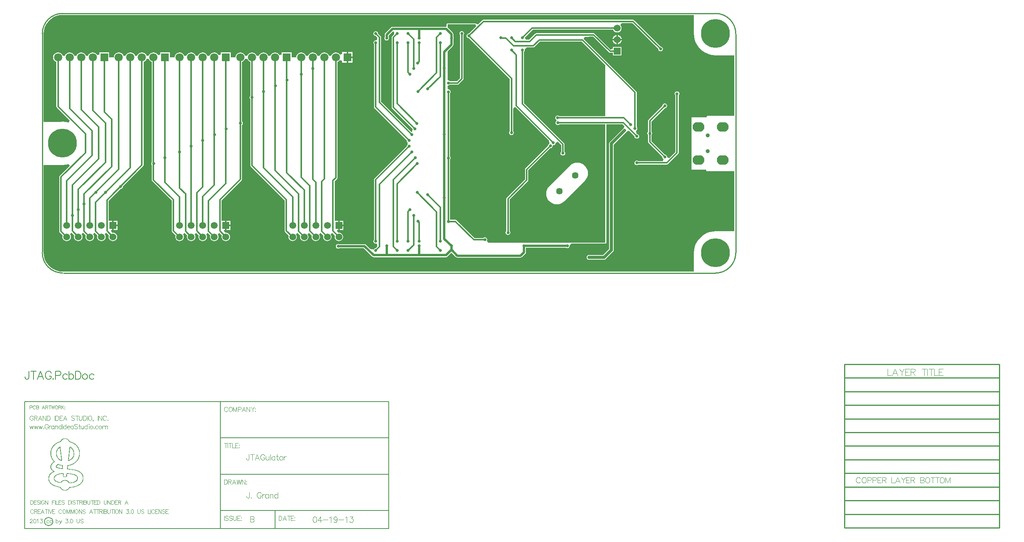
<source format=gbl>
%FSLAX24Y24*%
%MOIN*%
G70*
G01*
G75*
G04 Layer_Physical_Order=2*
G04 Layer_Color=16711680*
%ADD10R,0.0790X0.0250*%
%ADD11R,0.0374X0.0354*%
%ADD12R,0.0669X0.0433*%
%ADD13R,0.1102X0.0394*%
%ADD14R,0.0600X0.0500*%
%ADD15O,0.0276X0.0827*%
%ADD16R,0.0433X0.0669*%
%ADD17O,0.0236X0.0866*%
%ADD18R,0.0512X0.0276*%
%ADD19R,0.0500X0.0600*%
%ADD20O,0.0827X0.0276*%
%ADD21O,0.0827X0.0157*%
%ADD22R,0.0433X0.0551*%
%ADD23R,0.0846X0.1378*%
%ADD24R,0.0846X0.0433*%
%ADD25R,0.0846X0.0433*%
G04:AMPARAMS|DCode=26|XSize=21.7mil|YSize=68.9mil|CornerRadius=0mil|HoleSize=0mil|Usage=FLASHONLY|Rotation=315.000|XOffset=0mil|YOffset=0mil|HoleType=Round|Shape=Round|*
%AMOVALD26*
21,1,0.0472,0.0217,0.0000,0.0000,45.0*
1,1,0.0217,-0.0167,-0.0167*
1,1,0.0217,0.0167,0.0167*
%
%ADD26OVALD26*%

G04:AMPARAMS|DCode=27|XSize=21.7mil|YSize=68.9mil|CornerRadius=0mil|HoleSize=0mil|Usage=FLASHONLY|Rotation=45.000|XOffset=0mil|YOffset=0mil|HoleType=Round|Shape=Round|*
%AMOVALD27*
21,1,0.0472,0.0217,0.0000,0.0000,135.0*
1,1,0.0217,0.0167,-0.0167*
1,1,0.0217,-0.0167,0.0167*
%
%ADD27OVALD27*%

%ADD28C,0.0591*%
%ADD29O,0.0669X0.0157*%
%ADD30R,0.0787X0.0197*%
%ADD31C,0.0140*%
%ADD32C,0.0250*%
%ADD33C,0.0200*%
%ADD34C,0.0180*%
%ADD35C,0.0049*%
%ADD36R,0.0940X0.1274*%
%ADD37R,0.0220X0.0386*%
%ADD38C,0.0100*%
%ADD39C,0.0079*%
%ADD40C,0.0600*%
%ADD41R,0.0600X0.0600*%
%ADD42C,0.0571*%
%ADD43C,0.0709*%
%ADD44R,0.0709X0.0709*%
%ADD45R,0.0591X0.0591*%
%ADD46C,0.2500*%
%ADD47C,0.0354*%
%ADD48O,0.1024X0.0827*%
%ADD49C,0.0260*%
%ADD50C,0.0098*%
%ADD51C,0.0010*%
%ADD52C,0.0080*%
%ADD53C,0.0039*%
G36*
X56378Y20775D02*
X56376Y20750D01*
X56392Y20505D01*
X56440Y20265D01*
X56519Y20033D01*
X56627Y19813D01*
X56763Y19609D01*
X56925Y19425D01*
X57109Y19263D01*
X57313Y19127D01*
X57533Y19019D01*
X57765Y18940D01*
X58005Y18892D01*
X58203Y18879D01*
X58210Y18878D01*
X58225D01*
X58250Y18876D01*
X58275Y18878D01*
X59878D01*
Y13624D01*
X57569D01*
X57526Y13616D01*
X57490Y13591D01*
X57466Y13555D01*
X57457Y13512D01*
Y13500D01*
X56170D01*
Y8950D01*
X57439D01*
X57447Y8942D01*
X57447Y8942D01*
D01*
X57456Y8899D01*
X57480Y8863D01*
X57516Y8838D01*
X57559Y8830D01*
X59878D01*
Y3622D01*
X58275D01*
X58250Y3624D01*
X58005Y3608D01*
X57765Y3560D01*
X57533Y3481D01*
X57313Y3373D01*
X57109Y3237D01*
X56925Y3075D01*
X56763Y2891D01*
X56627Y2687D01*
X56519Y2467D01*
X56440Y2235D01*
X56392Y1995D01*
X56376Y1750D01*
X56378Y1725D01*
Y122D01*
X1798D01*
X1797Y123D01*
X1750Y132D01*
Y132D01*
X1749Y132D01*
X1537Y145D01*
X1329Y187D01*
X1127Y255D01*
X936Y350D01*
X759Y468D01*
X598Y608D01*
X458Y769D01*
X340Y946D01*
X245Y1137D01*
X177Y1339D01*
X135Y1547D01*
X122Y1747D01*
Y9378D01*
X1725D01*
X1750Y9376D01*
X1775Y9378D01*
X1790D01*
X1797Y9379D01*
X1995Y9392D01*
X2235Y9440D01*
X2276Y9454D01*
X2381Y9284D01*
X1519Y8421D01*
X1488Y8375D01*
X1477Y8321D01*
X1477Y8321D01*
Y3630D01*
X1477Y3630D01*
X1488Y3575D01*
X1519Y3529D01*
X1771Y3277D01*
X1754Y3235D01*
X1742Y3140D01*
X1754Y3045D01*
X1791Y2956D01*
X1849Y2879D01*
X1926Y2821D01*
X2015Y2784D01*
X2110Y2772D01*
X2205Y2784D01*
X2294Y2821D01*
X2371Y2879D01*
X2429Y2956D01*
X2466Y3045D01*
X2478Y3140D01*
X2466Y3235D01*
X2429Y3324D01*
X2387Y3378D01*
X2538Y3510D01*
X2771Y3277D01*
X2754Y3235D01*
X2742Y3140D01*
X2754Y3045D01*
X2791Y2956D01*
X2849Y2879D01*
X2926Y2821D01*
X3015Y2784D01*
X3110Y2772D01*
X3205Y2784D01*
X3294Y2821D01*
X3371Y2879D01*
X3429Y2956D01*
X3466Y3045D01*
X3478Y3140D01*
X3466Y3235D01*
X3429Y3324D01*
X3387Y3378D01*
X3538Y3510D01*
X3771Y3277D01*
X3754Y3235D01*
X3742Y3140D01*
X3754Y3045D01*
X3791Y2956D01*
X3849Y2879D01*
X3926Y2821D01*
X4015Y2784D01*
X4110Y2772D01*
X4205Y2784D01*
X4294Y2821D01*
X4371Y2879D01*
X4429Y2956D01*
X4466Y3045D01*
X4478Y3140D01*
X4466Y3235D01*
X4429Y3324D01*
X4387Y3378D01*
X4538Y3510D01*
X4771Y3277D01*
X4754Y3235D01*
X4742Y3140D01*
X4754Y3045D01*
X4791Y2956D01*
X4849Y2879D01*
X4926Y2821D01*
X5015Y2784D01*
X5110Y2772D01*
X5205Y2784D01*
X5294Y2821D01*
X5371Y2879D01*
X5429Y2956D01*
X5466Y3045D01*
X5478Y3140D01*
X5466Y3235D01*
X5429Y3324D01*
X5387Y3378D01*
X5538Y3510D01*
X5771Y3277D01*
X5754Y3235D01*
X5742Y3140D01*
X5754Y3045D01*
X5791Y2956D01*
X5849Y2879D01*
X5926Y2821D01*
X6015Y2784D01*
X6110Y2772D01*
X6205Y2784D01*
X6294Y2821D01*
X6371Y2879D01*
X6429Y2956D01*
X6466Y3045D01*
X6478Y3140D01*
X6466Y3235D01*
X6429Y3324D01*
X6371Y3401D01*
X6294Y3459D01*
X6205Y3496D01*
X6110Y3508D01*
X6055Y3501D01*
X5962Y3622D01*
X5940Y3676D01*
X5968Y3745D01*
X6040D01*
Y4140D01*
Y4535D01*
X5743D01*
Y6271D01*
X6768Y7296D01*
X6770Y7296D01*
X6848Y7312D01*
X6914Y7356D01*
X6958Y7422D01*
X6974Y7500D01*
X6974Y7502D01*
X8721Y9249D01*
X8752Y9295D01*
X8763Y9350D01*
X8763Y9350D01*
Y18300D01*
X8834Y18329D01*
X8923Y18397D01*
X8991Y18486D01*
X9020Y18557D01*
X9220D01*
X9249Y18486D01*
X9317Y18397D01*
X9406Y18329D01*
X9477Y18300D01*
Y9621D01*
X9442Y9568D01*
X9426Y9490D01*
X9442Y9412D01*
X9477Y9359D01*
Y8080D01*
X9477Y8080D01*
X9488Y8025D01*
X9519Y7979D01*
X11197Y6301D01*
Y3680D01*
X11197Y3680D01*
X11208Y3625D01*
X11239Y3579D01*
X11541Y3277D01*
X11524Y3235D01*
X11512Y3140D01*
X11524Y3045D01*
X11561Y2956D01*
X11619Y2879D01*
X11696Y2821D01*
X11785Y2784D01*
X11880Y2772D01*
X11975Y2784D01*
X12064Y2821D01*
X12141Y2879D01*
X12199Y2956D01*
X12236Y3045D01*
X12248Y3140D01*
X12236Y3235D01*
X12199Y3324D01*
X12157Y3378D01*
X12308Y3510D01*
X12541Y3277D01*
X12524Y3235D01*
X12512Y3140D01*
X12524Y3045D01*
X12561Y2956D01*
X12619Y2879D01*
X12696Y2821D01*
X12785Y2784D01*
X12880Y2772D01*
X12975Y2784D01*
X13064Y2821D01*
X13141Y2879D01*
X13199Y2956D01*
X13236Y3045D01*
X13248Y3140D01*
X13236Y3235D01*
X13199Y3324D01*
X13157Y3378D01*
X13308Y3510D01*
X13541Y3277D01*
X13524Y3235D01*
X13512Y3140D01*
X13524Y3045D01*
X13561Y2956D01*
X13619Y2879D01*
X13696Y2821D01*
X13785Y2784D01*
X13880Y2772D01*
X13975Y2784D01*
X14064Y2821D01*
X14141Y2879D01*
X14199Y2956D01*
X14236Y3045D01*
X14248Y3140D01*
X14236Y3235D01*
X14199Y3324D01*
X14157Y3378D01*
X14308Y3510D01*
X14541Y3277D01*
X14524Y3235D01*
X14512Y3140D01*
X14524Y3045D01*
X14561Y2956D01*
X14619Y2879D01*
X14696Y2821D01*
X14785Y2784D01*
X14880Y2772D01*
X14975Y2784D01*
X15064Y2821D01*
X15141Y2879D01*
X15199Y2956D01*
X15236Y3045D01*
X15248Y3140D01*
X15236Y3235D01*
X15199Y3324D01*
X15157Y3378D01*
X15308Y3510D01*
X15541Y3277D01*
X15524Y3235D01*
X15512Y3140D01*
X15524Y3045D01*
X15561Y2956D01*
X15619Y2879D01*
X15696Y2821D01*
X15785Y2784D01*
X15880Y2772D01*
X15975Y2784D01*
X16064Y2821D01*
X16141Y2879D01*
X16199Y2956D01*
X16236Y3045D01*
X16248Y3140D01*
X16236Y3235D01*
X16199Y3324D01*
X16141Y3401D01*
X16064Y3459D01*
X15975Y3496D01*
X15880Y3508D01*
X15825Y3501D01*
X15732Y3622D01*
X15710Y3676D01*
X15738Y3745D01*
X15810D01*
Y4140D01*
Y4535D01*
X15513D01*
Y6311D01*
X17241Y8039D01*
X17272Y8085D01*
X17283Y8140D01*
X17283Y8140D01*
Y12838D01*
X17294Y12846D01*
X17338Y12912D01*
X17354Y12990D01*
X17338Y13068D01*
X17294Y13134D01*
X17283Y13142D01*
Y18300D01*
X17354Y18329D01*
X17443Y18397D01*
X17511Y18486D01*
X17540Y18557D01*
X17740D01*
X17769Y18486D01*
X17837Y18397D01*
X17926Y18329D01*
X17997Y18300D01*
Y15375D01*
X17996Y15374D01*
X17952Y15308D01*
X17936Y15230D01*
X17952Y15152D01*
X17996Y15086D01*
X17997Y15085D01*
Y9340D01*
X17997Y9340D01*
X18008Y9285D01*
X18039Y9239D01*
X20977Y6301D01*
Y3680D01*
X20977Y3680D01*
X20988Y3625D01*
X21019Y3579D01*
X21321Y3277D01*
X21304Y3235D01*
X21292Y3140D01*
X21304Y3045D01*
X21341Y2956D01*
X21399Y2879D01*
X21476Y2821D01*
X21565Y2784D01*
X21660Y2772D01*
X21755Y2784D01*
X21844Y2821D01*
X21921Y2879D01*
X21979Y2956D01*
X22016Y3045D01*
X22028Y3140D01*
X22016Y3235D01*
X21979Y3324D01*
X21937Y3378D01*
X22088Y3510D01*
X22321Y3277D01*
X22304Y3235D01*
X22292Y3140D01*
X22304Y3045D01*
X22341Y2956D01*
X22399Y2879D01*
X22476Y2821D01*
X22565Y2784D01*
X22660Y2772D01*
X22755Y2784D01*
X22844Y2821D01*
X22921Y2879D01*
X22979Y2956D01*
X23016Y3045D01*
X23028Y3140D01*
X23016Y3235D01*
X22979Y3324D01*
X22937Y3378D01*
X23088Y3510D01*
X23321Y3277D01*
X23304Y3235D01*
X23292Y3140D01*
X23304Y3045D01*
X23341Y2956D01*
X23399Y2879D01*
X23476Y2821D01*
X23565Y2784D01*
X23660Y2772D01*
X23755Y2784D01*
X23844Y2821D01*
X23921Y2879D01*
X23979Y2956D01*
X24016Y3045D01*
X24028Y3140D01*
X24016Y3235D01*
X23979Y3324D01*
X23937Y3378D01*
X24088Y3510D01*
X24321Y3277D01*
X24304Y3235D01*
X24292Y3140D01*
X24304Y3045D01*
X24341Y2956D01*
X24399Y2879D01*
X24476Y2821D01*
X24565Y2784D01*
X24660Y2772D01*
X24755Y2784D01*
X24844Y2821D01*
X24921Y2879D01*
X24979Y2956D01*
X25016Y3045D01*
X25028Y3140D01*
X25016Y3235D01*
X24979Y3324D01*
X24937Y3378D01*
X25088Y3510D01*
X25321Y3277D01*
X25304Y3235D01*
X25292Y3140D01*
X25304Y3045D01*
X25341Y2956D01*
X25399Y2879D01*
X25476Y2821D01*
X25565Y2784D01*
X25660Y2772D01*
X25755Y2784D01*
X25844Y2821D01*
X25921Y2879D01*
X25979Y2956D01*
X26016Y3045D01*
X26028Y3140D01*
X26016Y3235D01*
X25979Y3324D01*
X25921Y3401D01*
X25844Y3459D01*
X25755Y3496D01*
X25660Y3508D01*
X25605Y3501D01*
X25512Y3622D01*
X25490Y3676D01*
X25518Y3745D01*
X25590D01*
Y4140D01*
Y4535D01*
X25293D01*
Y7971D01*
X25501Y8179D01*
X25501Y8179D01*
X25519Y8207D01*
X25532Y8225D01*
X25543Y8280D01*
X25543Y8280D01*
X25543Y8280D01*
Y8280D01*
Y18300D01*
X25614Y18329D01*
X25703Y18397D01*
X25756Y18467D01*
X25946Y18403D01*
Y18246D01*
X26330D01*
Y18700D01*
Y19154D01*
X25946D01*
Y18997D01*
X25756Y18933D01*
X25703Y19003D01*
X25614Y19071D01*
X25511Y19113D01*
X25400Y19128D01*
X25289Y19113D01*
X25186Y19071D01*
X25097Y19003D01*
X25029Y18914D01*
X25000Y18843D01*
X24800D01*
X24771Y18914D01*
X24703Y19003D01*
X24614Y19071D01*
X24511Y19113D01*
X24400Y19128D01*
X24289Y19113D01*
X24186Y19071D01*
X24097Y19003D01*
X24029Y18914D01*
X24000Y18843D01*
X23800D01*
X23771Y18914D01*
X23703Y19003D01*
X23614Y19071D01*
X23511Y19113D01*
X23400Y19128D01*
X23289Y19113D01*
X23186Y19071D01*
X23097Y19003D01*
X23029Y18914D01*
X23000Y18843D01*
X22800D01*
X22771Y18914D01*
X22703Y19003D01*
X22614Y19071D01*
X22511Y19113D01*
X22400Y19128D01*
X22289Y19113D01*
X22186Y19071D01*
X22097Y19003D01*
X22029Y18914D01*
X21987Y18811D01*
X21972Y18700D01*
X21564D01*
Y19124D01*
X20716D01*
Y18932D01*
X20520Y18893D01*
X20511Y18914D01*
X20443Y19003D01*
X20354Y19071D01*
X20251Y19113D01*
X20140Y19128D01*
X20029Y19113D01*
X19926Y19071D01*
X19837Y19003D01*
X19769Y18914D01*
X19740Y18843D01*
X19540D01*
X19511Y18914D01*
X19443Y19003D01*
X19354Y19071D01*
X19251Y19113D01*
X19140Y19128D01*
X19029Y19113D01*
X18926Y19071D01*
X18837Y19003D01*
X18769Y18914D01*
X18740Y18843D01*
X18540D01*
X18511Y18914D01*
X18443Y19003D01*
X18354Y19071D01*
X18251Y19113D01*
X18140Y19128D01*
X18029Y19113D01*
X17926Y19071D01*
X17837Y19003D01*
X17769Y18914D01*
X17740Y18843D01*
X17540D01*
X17511Y18914D01*
X17443Y19003D01*
X17354Y19071D01*
X17251Y19113D01*
X17140Y19128D01*
X17029Y19113D01*
X16926Y19071D01*
X16837Y19003D01*
X16769Y18914D01*
X16727Y18811D01*
X16712Y18700D01*
X16304D01*
Y19124D01*
X15456D01*
Y18932D01*
X15260Y18893D01*
X15251Y18914D01*
X15183Y19003D01*
X15094Y19071D01*
X14991Y19113D01*
X14880Y19128D01*
X14769Y19113D01*
X14666Y19071D01*
X14577Y19003D01*
X14509Y18914D01*
X14480Y18843D01*
X14280D01*
X14251Y18914D01*
X14183Y19003D01*
X14094Y19071D01*
X13991Y19113D01*
X13880Y19128D01*
X13769Y19113D01*
X13666Y19071D01*
X13577Y19003D01*
X13509Y18914D01*
X13480Y18843D01*
X13280D01*
X13251Y18914D01*
X13183Y19003D01*
X13094Y19071D01*
X12991Y19113D01*
X12880Y19128D01*
X12769Y19113D01*
X12666Y19071D01*
X12577Y19003D01*
X12509Y18914D01*
X12480Y18843D01*
X12280D01*
X12251Y18914D01*
X12183Y19003D01*
X12094Y19071D01*
X11991Y19113D01*
X11880Y19128D01*
X11769Y19113D01*
X11666Y19071D01*
X11577Y19003D01*
X11509Y18914D01*
X11467Y18811D01*
X11452Y18700D01*
X11044D01*
Y19124D01*
X10196D01*
Y18932D01*
X10000Y18893D01*
X9991Y18914D01*
X9923Y19003D01*
X9834Y19071D01*
X9731Y19113D01*
X9620Y19128D01*
X9509Y19113D01*
X9406Y19071D01*
X9317Y19003D01*
X9249Y18914D01*
X9220Y18843D01*
X9020D01*
X8991Y18914D01*
X8923Y19003D01*
X8834Y19071D01*
X8731Y19113D01*
X8620Y19128D01*
X8509Y19113D01*
X8406Y19071D01*
X8317Y19003D01*
X8249Y18914D01*
X8220Y18843D01*
X8020D01*
X7991Y18914D01*
X7923Y19003D01*
X7834Y19071D01*
X7731Y19113D01*
X7620Y19128D01*
X7509Y19113D01*
X7406Y19071D01*
X7317Y19003D01*
X7249Y18914D01*
X7220Y18843D01*
X7020D01*
X6991Y18914D01*
X6923Y19003D01*
X6834Y19071D01*
X6731Y19113D01*
X6620Y19128D01*
X6509Y19113D01*
X6406Y19071D01*
X6317Y19003D01*
X6249Y18914D01*
X6207Y18811D01*
X6192Y18700D01*
X5784D01*
Y19124D01*
X4936D01*
Y18932D01*
X4740Y18893D01*
X4731Y18914D01*
X4663Y19003D01*
X4574Y19071D01*
X4471Y19113D01*
X4360Y19128D01*
X4249Y19113D01*
X4146Y19071D01*
X4057Y19003D01*
X3989Y18914D01*
X3960Y18843D01*
X3760D01*
X3731Y18914D01*
X3663Y19003D01*
X3574Y19071D01*
X3471Y19113D01*
X3360Y19128D01*
X3249Y19113D01*
X3146Y19071D01*
X3057Y19003D01*
X2989Y18914D01*
X2960Y18843D01*
X2760D01*
X2731Y18914D01*
X2663Y19003D01*
X2574Y19071D01*
X2471Y19113D01*
X2360Y19128D01*
X2249Y19113D01*
X2146Y19071D01*
X2057Y19003D01*
X1989Y18914D01*
X1960Y18843D01*
X1760D01*
X1731Y18914D01*
X1663Y19003D01*
X1574Y19071D01*
X1471Y19113D01*
X1360Y19128D01*
X1249Y19113D01*
X1146Y19071D01*
X1057Y19003D01*
X989Y18914D01*
X947Y18811D01*
X932Y18700D01*
X947Y18589D01*
X989Y18486D01*
X1057Y18397D01*
X1146Y18329D01*
X1217Y18300D01*
Y14439D01*
X1217Y14439D01*
X1228Y14385D01*
X1259Y14339D01*
X2381Y13216D01*
X2276Y13046D01*
X2235Y13060D01*
X1995Y13108D01*
X1750Y13124D01*
X1572Y13112D01*
X122D01*
Y20763D01*
X135Y20963D01*
X177Y21171D01*
X245Y21373D01*
X340Y21564D01*
X458Y21741D01*
X598Y21902D01*
X759Y22042D01*
X936Y22160D01*
X1127Y22255D01*
X1329Y22323D01*
X1537Y22365D01*
X1737Y22378D01*
X56378D01*
Y20775D01*
D02*
G37*
%LPC*%
G36*
X16275Y4535D02*
X15950D01*
Y4210D01*
X16275D01*
Y4535D01*
D02*
G37*
G36*
X26055D02*
X25730D01*
Y4210D01*
X26055D01*
Y4535D01*
D02*
G37*
G36*
X54920Y15744D02*
X54842Y15728D01*
X54776Y15684D01*
X54732Y15618D01*
X54716Y15540D01*
X54732Y15462D01*
X54776Y15396D01*
X54777Y15395D01*
Y10489D01*
X54235Y9947D01*
X54059Y10042D01*
X54062Y10059D01*
X54047Y10137D01*
X54003Y10203D01*
X53937Y10247D01*
X53858Y10262D01*
X53857Y10262D01*
X52703Y11416D01*
Y11965D01*
X52704Y11966D01*
X52748Y12032D01*
X52764Y12110D01*
X52748Y12188D01*
X52704Y12254D01*
X52703Y12255D01*
Y13139D01*
X53857Y14293D01*
X53858Y14292D01*
X53937Y14308D01*
X54003Y14352D01*
X54047Y14418D01*
X54062Y14496D01*
X54047Y14574D01*
X54003Y14640D01*
X53937Y14685D01*
X53858Y14700D01*
X53780Y14685D01*
X53714Y14640D01*
X53670Y14574D01*
X53655Y14496D01*
X53655Y14494D01*
X52459Y13299D01*
X52428Y13252D01*
X52417Y13198D01*
X52417Y13198D01*
Y12255D01*
X52416Y12254D01*
X52372Y12188D01*
X52356Y12110D01*
X52372Y12032D01*
X52416Y11966D01*
X52417Y11965D01*
Y11357D01*
X52417Y11357D01*
X52428Y11302D01*
X52459Y11256D01*
X53655Y10060D01*
X53655Y10059D01*
X53670Y9980D01*
X53714Y9914D01*
X53755Y9887D01*
X53697Y9696D01*
X51580D01*
X51579Y9697D01*
X51513Y9741D01*
X51435Y9757D01*
X51357Y9741D01*
X51291Y9697D01*
X51247Y9631D01*
X51231Y9553D01*
X51247Y9475D01*
X51291Y9409D01*
X51357Y9364D01*
X51435Y9349D01*
X51513Y9364D01*
X51579Y9409D01*
X51580Y9410D01*
X54043D01*
X54043Y9410D01*
X54097Y9421D01*
X54144Y9452D01*
X55021Y10329D01*
X55021Y10329D01*
X55052Y10375D01*
X55052Y10375D01*
X55052Y10375D01*
X55063Y10430D01*
X55063Y10430D01*
Y15395D01*
X55064Y15396D01*
X55108Y15462D01*
X55124Y15540D01*
X55108Y15618D01*
X55064Y15684D01*
X54998Y15728D01*
X54920Y15744D01*
D02*
G37*
G36*
X6505Y4535D02*
X6180D01*
Y4210D01*
X6505D01*
Y4535D01*
D02*
G37*
G36*
Y4070D02*
X6180D01*
Y3745D01*
X6505D01*
Y4070D01*
D02*
G37*
G36*
X16275D02*
X15950D01*
Y3745D01*
X16275D01*
Y4070D01*
D02*
G37*
G36*
X26055D02*
X25730D01*
Y3745D01*
X26055D01*
Y4070D01*
D02*
G37*
G36*
X51110Y21953D02*
X51110Y21953D01*
X38160D01*
X38160Y21953D01*
X38105Y21942D01*
X38059Y21911D01*
X37708Y21560D01*
X37523Y21597D01*
X37515Y21609D01*
X37507Y21620D01*
X37484Y21636D01*
X37457Y21641D01*
X35060D01*
X35033Y21636D01*
X35010Y21620D01*
X34994Y21597D01*
X34989Y21570D01*
Y21391D01*
X34930Y21343D01*
X30310D01*
X30244Y21330D01*
X30187Y21293D01*
X29677Y20783D01*
X29640Y20726D01*
X29627Y20660D01*
Y20469D01*
X29606Y20438D01*
X29590Y20360D01*
X29606Y20282D01*
X29650Y20216D01*
X29716Y20172D01*
X29794Y20156D01*
X29872Y20172D01*
X29939Y20216D01*
X29983Y20282D01*
X29998Y20360D01*
X29983Y20438D01*
X29973Y20452D01*
Y20588D01*
X30352Y20966D01*
X30433Y20900D01*
X30427Y20904D01*
X30437Y20705D01*
X30271Y20539D01*
X30240Y20492D01*
X30229Y20438D01*
X30229Y20438D01*
Y14348D01*
X30229Y14348D01*
X30240Y14293D01*
X30271Y14247D01*
X32024Y12495D01*
X32014Y12295D01*
X31942Y12236D01*
X31942Y12236D01*
X31928Y12224D01*
X29311Y14841D01*
Y20438D01*
X29300Y20492D01*
X29287Y20511D01*
X29269Y20539D01*
X29269Y20539D01*
X29051Y20756D01*
X29052Y20758D01*
X29036Y20836D01*
X28992Y20902D01*
X28926Y20946D01*
X28848Y20962D01*
X28770Y20946D01*
X28704Y20902D01*
X28659Y20836D01*
X28644Y20758D01*
X28659Y20680D01*
X28704Y20614D01*
X28770Y20569D01*
X28848Y20554D01*
X28850Y20554D01*
X28967Y20437D01*
X28957Y20237D01*
X28871Y20166D01*
X28849Y20170D01*
X28771Y20155D01*
X28705Y20110D01*
X28661Y20044D01*
X28646Y19966D01*
X28661Y19888D01*
X28705Y19822D01*
X28707Y19821D01*
Y14381D01*
X28707Y14381D01*
X28718Y14326D01*
X28749Y14280D01*
X31536Y11492D01*
X31536Y11490D01*
X31552Y11412D01*
X31596Y11346D01*
X31604Y11340D01*
Y11140D01*
X31596Y11134D01*
X31552Y11068D01*
X31536Y10990D01*
X31536Y10988D01*
X28749Y8200D01*
X28718Y8154D01*
X28707Y8099D01*
X28707Y8099D01*
Y2899D01*
X28705Y2898D01*
X28661Y2832D01*
X28646Y2754D01*
X28661Y2676D01*
X28705Y2610D01*
X28771Y2565D01*
X28849Y2550D01*
X28871Y2554D01*
X28957Y2483D01*
X28967Y2283D01*
X28850Y2166D01*
X28848Y2166D01*
X28770Y2151D01*
X28704Y2106D01*
X28659Y2040D01*
X28367Y2098D01*
X28008Y2458D01*
X27951Y2495D01*
X27885Y2508D01*
X25681D01*
X25673Y2513D01*
X25595Y2529D01*
X25517Y2513D01*
X25451Y2469D01*
X25407Y2403D01*
X25391Y2325D01*
X25407Y2247D01*
X25451Y2181D01*
X25517Y2137D01*
X25595Y2121D01*
X25673Y2137D01*
X25711Y2162D01*
X27813D01*
X28547Y1427D01*
X28604Y1390D01*
X28670Y1377D01*
X28670Y1377D01*
X34930D01*
X34996Y1390D01*
X35053Y1427D01*
X35053Y1427D01*
X35053Y1427D01*
X35394Y1769D01*
X35776Y1387D01*
X35832Y1350D01*
X35899Y1337D01*
X35904Y1338D01*
X35910Y1337D01*
X41370D01*
X41436Y1350D01*
X41493Y1387D01*
X41493Y1387D01*
X41493Y1387D01*
X41793Y1687D01*
X41793Y1687D01*
X41793Y1687D01*
X41830Y1744D01*
X41843Y1810D01*
Y2187D01*
X45329D01*
X45352Y2172D01*
X45430Y2156D01*
X45508Y2172D01*
X45574Y2216D01*
X45618Y2282D01*
X45634Y2360D01*
X45625Y2404D01*
X45695Y2489D01*
X45799Y2559D01*
X48720D01*
X48747Y2564D01*
X48770Y2580D01*
X48786Y2603D01*
X48791Y2630D01*
Y12885D01*
X50204D01*
X50359Y12730D01*
X50301Y12539D01*
X50292Y12537D01*
X50226Y12493D01*
X50211Y12471D01*
X49109Y11369D01*
X49066Y11305D01*
X49051Y11229D01*
Y2082D01*
X48528Y1559D01*
X47326D01*
X47300Y1564D01*
X47222Y1548D01*
X47156Y1504D01*
X47112Y1438D01*
X47096Y1360D01*
X47112Y1282D01*
X47156Y1216D01*
X47222Y1172D01*
X47300Y1156D01*
X47326Y1161D01*
X48610D01*
X48686Y1176D01*
X48751Y1219D01*
X49391Y1859D01*
X49434Y1924D01*
X49449Y2000D01*
X49449Y2000D01*
X49449Y2000D01*
Y2000D01*
Y11146D01*
X50492Y12190D01*
X50514Y12204D01*
X50558Y12270D01*
X50560Y12279D01*
X50752Y12338D01*
X51231Y11858D01*
X51231Y11856D01*
X51247Y11778D01*
X51291Y11712D01*
X51357Y11668D01*
X51435Y11652D01*
X51513Y11668D01*
X51579Y11712D01*
X51623Y11778D01*
X51639Y11856D01*
X51623Y11934D01*
X51579Y12000D01*
X51513Y12044D01*
X51435Y12060D01*
X51433Y12060D01*
X51407Y12086D01*
X51366Y12290D01*
X51371Y12340D01*
X51424Y12376D01*
X51468Y12442D01*
X51484Y12520D01*
X51468Y12598D01*
X51424Y12664D01*
X51423Y12665D01*
Y15670D01*
X51423Y15670D01*
X51412Y15725D01*
X51381Y15771D01*
X51381Y15771D01*
X46841Y20311D01*
X46947Y20469D01*
X47661Y20497D01*
X49029Y19129D01*
X49029Y19129D01*
X49075Y19098D01*
X49075Y19098D01*
X49075Y19098D01*
D01*
X49075Y19098D01*
X49075Y19098D01*
X49130Y19087D01*
X49130Y19087D01*
X49370D01*
Y18860D01*
X50110D01*
Y19600D01*
X49370D01*
Y19453D01*
X49185Y19377D01*
X47821Y20741D01*
X47775Y20772D01*
X47720Y20783D01*
X47720Y20783D01*
X42740D01*
X42740Y20783D01*
X42685Y20772D01*
X42639Y20741D01*
X42639Y20741D01*
X42121Y20223D01*
X41868D01*
X41797Y20308D01*
X41756Y20408D01*
X42436Y21087D01*
X49399D01*
X49417Y21043D01*
X49476Y20966D01*
X49553Y20907D01*
X49643Y20870D01*
X49740Y20857D01*
X49837Y20870D01*
X49927Y20907D01*
X50004Y20966D01*
X50063Y21043D01*
X50100Y21133D01*
X50113Y21230D01*
X50100Y21327D01*
X50063Y21417D01*
X50009Y21488D01*
X50025Y21521D01*
X50137Y21667D01*
X51051D01*
X53296Y19422D01*
X53296Y19420D01*
X53312Y19342D01*
X53356Y19276D01*
X53422Y19232D01*
X53500Y19216D01*
X53578Y19232D01*
X53644Y19276D01*
X53688Y19342D01*
X53704Y19420D01*
X53688Y19498D01*
X53644Y19564D01*
X53578Y19608D01*
X53500Y19624D01*
X53498Y19624D01*
X51211Y21911D01*
X51165Y21942D01*
X51110Y21953D01*
D02*
G37*
G36*
X50134Y20160D02*
X49810D01*
Y19836D01*
X49844Y19840D01*
X49942Y19881D01*
X50025Y19945D01*
X50089Y20028D01*
X50130Y20126D01*
X50134Y20160D01*
D02*
G37*
G36*
X49670Y20624D02*
X49636Y20620D01*
X49538Y20579D01*
X49455Y20515D01*
X49391Y20432D01*
X49350Y20334D01*
X49346Y20300D01*
X49670D01*
Y20624D01*
D02*
G37*
G36*
X49810D02*
Y20300D01*
X50134D01*
X50130Y20334D01*
X50089Y20432D01*
X50025Y20515D01*
X49942Y20579D01*
X49844Y20620D01*
X49810Y20624D01*
D02*
G37*
G36*
X49670Y20160D02*
X49346D01*
X49350Y20126D01*
X49391Y20028D01*
X49455Y19945D01*
X49538Y19881D01*
X49636Y19840D01*
X49670Y19836D01*
Y20160D01*
D02*
G37*
G36*
X26854Y18630D02*
X26470D01*
Y18246D01*
X26854D01*
Y18630D01*
D02*
G37*
G36*
Y19154D02*
X26470D01*
Y18770D01*
X26854D01*
Y19154D01*
D02*
G37*
%LPD*%
G36*
X37533Y21385D02*
X36912Y20764D01*
X36910Y20764D01*
X36832Y20748D01*
X36766Y20704D01*
X36722Y20638D01*
X36706Y20560D01*
X36722Y20482D01*
X36766Y20416D01*
X36832Y20372D01*
X36910Y20356D01*
X36912Y20356D01*
X40447Y16821D01*
Y12305D01*
X40446Y12304D01*
X40402Y12238D01*
X40386Y12160D01*
X40402Y12082D01*
X40446Y12016D01*
X40512Y11972D01*
X40590Y11956D01*
X40668Y11972D01*
X40734Y12016D01*
X40778Y12082D01*
X40794Y12160D01*
X40778Y12238D01*
X40734Y12304D01*
X40733Y12305D01*
Y14275D01*
X40919Y14399D01*
X43828Y11491D01*
X43882Y11220D01*
X43882Y11218D01*
X43816Y11174D01*
X43772Y11108D01*
X43756Y11030D01*
X43756Y11028D01*
X41809Y9081D01*
X41778Y9035D01*
X41767Y8980D01*
X41767Y8980D01*
Y8109D01*
X40189Y6531D01*
X40158Y6485D01*
X40147Y6430D01*
X40147Y6430D01*
Y3655D01*
X40146Y3654D01*
X40102Y3588D01*
X40086Y3510D01*
X40102Y3432D01*
X40146Y3366D01*
X40212Y3322D01*
X40290Y3306D01*
X40368Y3322D01*
X40434Y3366D01*
X40478Y3432D01*
X40494Y3510D01*
X40478Y3588D01*
X40434Y3654D01*
X40433Y3655D01*
Y6371D01*
X42011Y7949D01*
X42042Y7995D01*
X42053Y8050D01*
X42053Y8050D01*
Y8921D01*
X43958Y10826D01*
X43960Y10826D01*
X44038Y10842D01*
X44104Y10886D01*
X44148Y10952D01*
X44164Y11030D01*
X44163Y11035D01*
X44221Y11095D01*
X44221D01*
Y11095D01*
D01*
D01*
D01*
X44299Y11110D01*
X44366Y11155D01*
X44410Y11221D01*
X44425Y11299D01*
X44425Y11303D01*
X44601Y11397D01*
X44894Y11104D01*
Y10531D01*
X44893Y10530D01*
X44849Y10464D01*
X44833Y10386D01*
X44849Y10308D01*
X44893Y10241D01*
X44959Y10197D01*
X45037Y10182D01*
X45115Y10197D01*
X45181Y10241D01*
X45225Y10308D01*
X45241Y10386D01*
X45225Y10464D01*
X45181Y10530D01*
X45180Y10531D01*
Y11163D01*
Y11163D01*
Y11163D01*
D01*
X45180D01*
D01*
X45180Y11163D01*
D01*
D01*
D01*
D01*
X45180Y11163D01*
X45169Y11218D01*
X45158Y11233D01*
X45158Y11233D01*
X45157Y11235D01*
Y11235D01*
X45156Y11236D01*
X45138Y11264D01*
X45138Y11264D01*
X41683Y14719D01*
Y19185D01*
X41684Y19186D01*
X41728Y19252D01*
X41744Y19330D01*
X41731Y19393D01*
X41763Y19431D01*
X41937Y19547D01*
X42480D01*
X42480Y19547D01*
X42535Y19558D01*
X42581Y19589D01*
X43059Y20067D01*
X46681D01*
X48720Y18028D01*
Y13593D01*
X44731D01*
X44730Y13594D01*
X44663Y13638D01*
X44585Y13654D01*
X44507Y13638D01*
X44441Y13594D01*
X44397Y13528D01*
X44381Y13450D01*
X44397Y13372D01*
X44441Y13306D01*
X44507Y13262D01*
X44507Y13262D01*
X44459Y13172D01*
X44459Y13172D01*
X44459D01*
X44415Y13106D01*
X44399Y13028D01*
X44415Y12950D01*
X44459Y12884D01*
X44525Y12840D01*
X44603Y12824D01*
X44681Y12840D01*
X44748Y12884D01*
X44749Y12885D01*
X48720D01*
Y2630D01*
X38572D01*
X38478Y2806D01*
X38488Y2822D01*
X38504Y2900D01*
X38488Y2978D01*
X38444Y3044D01*
X38378Y3088D01*
X38300Y3104D01*
X38222Y3088D01*
X38156Y3044D01*
X38155Y3043D01*
X37389D01*
X35851Y4581D01*
X35805Y4612D01*
X35750Y4623D01*
X35750Y4623D01*
X35275D01*
X35274Y4624D01*
X35273Y4625D01*
Y9825D01*
X35274Y9826D01*
X35318Y9892D01*
X35334Y9970D01*
X35318Y10048D01*
X35274Y10114D01*
X35273Y10115D01*
Y15565D01*
X35274Y15566D01*
X35318Y15632D01*
X35334Y15710D01*
X35318Y15788D01*
X35274Y15854D01*
X35208Y15898D01*
X35130Y15914D01*
X35060Y15971D01*
Y16216D01*
X35130Y16274D01*
X35208Y16289D01*
X35274Y16334D01*
X35275Y16335D01*
X35928D01*
X35928Y16335D01*
X35982Y16346D01*
X36029Y16377D01*
X36399Y16747D01*
X36430Y16794D01*
X36441Y16848D01*
X36441Y16848D01*
Y20616D01*
X36443Y20617D01*
X36487Y20684D01*
X36502Y20762D01*
X36487Y20840D01*
X36443Y20906D01*
X36376Y20950D01*
X36298Y20965D01*
X36220Y20950D01*
X36154Y20906D01*
X36110Y20840D01*
X36095Y20762D01*
X36110Y20684D01*
X36154Y20617D01*
X36156Y20616D01*
Y16908D01*
X35869Y16620D01*
X35275D01*
X35274Y16622D01*
X35208Y16666D01*
X35130Y16682D01*
X35060Y16739D01*
Y19205D01*
X35517Y19662D01*
X35517Y19662D01*
X35554Y19718D01*
X35568Y19784D01*
Y20259D01*
X35583Y20282D01*
X35598Y20360D01*
X35583Y20438D01*
X35568Y20461D01*
Y20706D01*
X35554Y20772D01*
X35517Y20828D01*
X35060Y21285D01*
Y21570D01*
X37457D01*
X37533Y21385D01*
D02*
G37*
%LPC*%
G36*
X46288Y9570D02*
X46109Y9552D01*
X45936Y9500D01*
X45777Y9415D01*
X45638Y9300D01*
X43876Y7533D01*
X43870Y7533D01*
X43870D01*
X43756Y7393D01*
X43671Y7234D01*
X43618Y7062D01*
X43601Y6882D01*
X43618Y6703D01*
X43671Y6530D01*
X43756Y6371D01*
X43870Y6232D01*
X44010Y6117D01*
X44169Y6032D01*
X44341Y5980D01*
X44521Y5962D01*
X44700Y5980D01*
X44873Y6032D01*
X45032Y6117D01*
X45171Y6232D01*
X46932Y7999D01*
X46939Y7999D01*
X46939D01*
X47053Y8139D01*
X47138Y8298D01*
X47190Y8470D01*
X47208Y8650D01*
X47190Y8829D01*
X47138Y9002D01*
X47053Y9161D01*
X46939Y9300D01*
X46799Y9415D01*
X46640Y9500D01*
X46468Y9552D01*
X46288Y9570D01*
D02*
G37*
%LPD*%
D28*
X21660Y3140D02*
D03*
Y4140D02*
D03*
X22660Y3140D02*
D03*
Y4140D02*
D03*
X23660Y3140D02*
D03*
Y4140D02*
D03*
X24660Y3140D02*
D03*
Y4140D02*
D03*
X25660Y3140D02*
D03*
X15880D02*
D03*
X14880Y4140D02*
D03*
Y3140D02*
D03*
X13880Y4140D02*
D03*
Y3140D02*
D03*
X12880Y4140D02*
D03*
Y3140D02*
D03*
X11880Y4140D02*
D03*
Y3140D02*
D03*
X2110D02*
D03*
Y4140D02*
D03*
X3110Y3140D02*
D03*
Y4140D02*
D03*
X4110Y3140D02*
D03*
Y4140D02*
D03*
X5110Y3140D02*
D03*
Y4140D02*
D03*
X6110Y3140D02*
D03*
D31*
X38160Y21810D02*
X51110D01*
X36910Y20560D02*
X38160Y21810D01*
X40590Y12160D02*
Y16880D01*
X36910Y20560D02*
X40590Y16880D01*
X32470Y18200D02*
X32596Y18326D01*
Y19962D01*
X32490Y4500D02*
X32594Y4396D01*
Y2754D02*
Y4396D01*
X31650Y5341D02*
X31809Y5501D01*
X31650Y2754D02*
Y5341D01*
X31651Y17400D02*
X31811Y17240D01*
X31651Y17400D02*
Y19962D01*
X32129Y17740D02*
Y20274D01*
X32128Y2442D02*
Y5000D01*
X31648Y1962D02*
X32128Y2442D01*
X28849Y14381D02*
Y19966D01*
X29168Y14782D02*
X31960Y11990D01*
X29168Y14782D02*
Y20438D01*
X30372Y14348D02*
Y20438D01*
X30691Y14689D02*
Y19966D01*
X28849Y2754D02*
Y8099D01*
X29168Y7698D02*
X31960Y10490D01*
X29168Y2282D02*
Y7698D01*
X30372Y2282D02*
Y8092D01*
X30691Y2754D02*
Y7741D01*
X39660Y20380D02*
X40090D01*
X40780Y19690D01*
X25150Y3650D02*
Y8030D01*
X25400Y8280D01*
Y18700D01*
X24160Y3640D02*
Y7930D01*
X24400Y8170D01*
Y18700D01*
X23660Y4140D02*
Y7860D01*
X23400Y8120D02*
X23660Y7860D01*
X23400Y8120D02*
Y18700D01*
X23150Y3650D02*
Y7560D01*
X22400Y8310D02*
X23150Y7560D01*
X22400Y8310D02*
Y18700D01*
X22660Y4140D02*
Y7190D01*
X21140Y8710D02*
X22660Y7190D01*
X21140Y8710D02*
Y18700D01*
X20140Y8900D02*
Y18700D01*
X19140Y9120D02*
Y18700D01*
X18140Y9340D02*
Y18700D01*
X20140Y8900D02*
X22170Y6870D01*
Y3630D02*
Y6870D01*
Y3630D02*
X22660Y3140D01*
X23150Y3650D02*
X23660Y3140D01*
X24160Y3640D02*
X24660Y3140D01*
X25150Y3650D02*
X25660Y3140D01*
X19140Y9120D02*
X21660Y6600D01*
Y4140D02*
Y6600D01*
X21120Y3680D02*
X21660Y3140D01*
X21120Y3680D02*
Y6360D01*
X18140Y9340D02*
X21120Y6360D01*
X9620Y8080D02*
Y18700D01*
Y8080D02*
X11340Y6360D01*
Y3680D02*
Y6360D01*
Y3680D02*
X11880Y3140D01*
X10620Y7860D02*
Y18700D01*
X11880Y4140D02*
Y6600D01*
X10620Y7860D02*
X11880Y6600D01*
X15370Y3650D02*
X15880Y3140D01*
X15370Y3650D02*
Y6370D01*
X17140Y8140D01*
Y18700D01*
X14380Y3640D02*
X14880Y3140D01*
X14380Y3640D02*
Y6260D01*
X15880Y7760D01*
Y18700D01*
X13880Y4140D02*
Y6630D01*
X14880Y7630D01*
Y18700D01*
X13370Y3650D02*
X13880Y3140D01*
X13370Y3650D02*
Y6960D01*
X13880Y7470D01*
Y18700D01*
X12880Y4140D02*
Y18700D01*
X12390Y3630D02*
X12880Y3140D01*
X12390Y3630D02*
Y6870D01*
X11880Y7380D02*
X12390Y6870D01*
X11880Y7380D02*
Y18700D01*
X5600Y3650D02*
X6110Y3140D01*
X5600Y3650D02*
Y6330D01*
X8620Y9350D01*
Y18700D01*
X4610Y3640D02*
X5110Y3140D01*
X4610Y3640D02*
Y6130D01*
X7620Y9140D01*
Y18700D01*
X4110Y4140D02*
Y6490D01*
X6620Y9000D02*
Y18700D01*
X3620Y3630D02*
X4110Y3140D01*
X3620Y3630D02*
Y6850D01*
X6000Y9230D01*
Y13340D01*
X5360Y13980D02*
X6000Y13340D01*
X5360Y13980D02*
Y18700D01*
X1620Y8321D02*
X3730Y10430D01*
X1620Y3630D02*
Y8321D01*
Y3630D02*
X2110Y3140D01*
X3110Y4140D02*
Y7250D01*
X5460Y9600D01*
Y13010D01*
X4360Y14110D02*
X5460Y13010D01*
X4360Y14110D02*
Y18700D01*
X2600Y3650D02*
X3110Y3140D01*
X2600Y3650D02*
Y7640D01*
X4870Y9910D01*
Y12670D01*
X3360Y14180D02*
X4870Y12670D01*
X3360Y14180D02*
Y18700D01*
X2110Y4140D02*
Y7990D01*
X4310Y10190D01*
Y12330D01*
X2360Y14280D02*
X4310Y12330D01*
X2360Y14280D02*
Y18700D01*
X3730Y10430D02*
Y12070D01*
X1360Y14439D02*
X3730Y12070D01*
X1360Y14439D02*
Y18700D01*
X34430Y2773D02*
X34442Y2762D01*
X34120Y2290D02*
X34440Y1970D01*
X34120Y2290D02*
Y5310D01*
X32430Y7000D02*
X34120Y5310D01*
X35750Y4480D02*
X37330Y2900D01*
X37340D02*
X38300D01*
X30372Y2282D02*
X30692Y1962D01*
X28848D02*
X29168Y2282D01*
X30691Y7741D02*
X32440Y9490D01*
X30372Y8092D02*
X32270Y9990D01*
X28849Y8099D02*
X31740Y10990D01*
X30372Y20438D02*
X30692Y20758D01*
X28848D02*
X29168Y20438D01*
X30691Y14689D02*
X32400Y12980D01*
X30372Y14348D02*
X32230Y12490D01*
X28849Y14381D02*
X31740Y11490D01*
X34120Y17360D02*
Y20430D01*
X34440Y20750D01*
X32490Y15730D02*
X34120Y17360D01*
X31650Y20754D02*
X32129Y20274D01*
X41020Y14500D02*
X44221Y11299D01*
X45037Y10386D02*
Y11163D01*
X41540Y14660D02*
X45037Y11163D01*
X41540Y14660D02*
Y19330D01*
X40600Y19330D02*
X41020Y18910D01*
Y14500D02*
Y18910D01*
X51435Y9553D02*
X54043D01*
X54920Y10430D01*
Y15540D01*
X52560Y11357D02*
X53858Y10059D01*
X52560Y11357D02*
Y13198D01*
X53858Y14496D01*
X41910Y8980D02*
X43960Y11030D01*
X40290Y6430D02*
X41910Y8050D01*
Y8980D01*
X34430Y17030D02*
Y19947D01*
X33350Y15950D02*
X34430Y17030D01*
Y19947D02*
X34442Y19958D01*
X33352Y6782D02*
X34430Y5703D01*
Y2773D02*
Y5703D01*
X35130Y10090D02*
Y15680D01*
Y4480D02*
Y9970D01*
Y4480D02*
X35750D01*
X36298Y16848D02*
Y20762D01*
X35928Y16478D02*
X36298Y16848D01*
X35130Y16478D02*
X35928D01*
X40600Y20393D02*
X40913Y20080D01*
X44585Y13450D02*
X50320D01*
X50890Y12880D01*
X44603Y13028D02*
X50263D01*
X51435Y11856D01*
X40913Y20080D02*
X42180D01*
X42740Y20640D01*
X47720D01*
X42480Y19690D02*
X43000Y20210D01*
X46740D01*
X51280Y15670D01*
X40780Y19690D02*
X42480D01*
X51280Y12520D02*
Y15670D01*
X40290Y3510D02*
Y6430D01*
X4110Y6490D02*
X6620Y9000D01*
X42377Y21230D02*
X49740D01*
X41540Y20393D02*
X42377Y21230D01*
X49130Y19230D02*
X49740D01*
X47720Y20640D02*
X49130Y19230D01*
X51110Y21810D02*
X53500Y19420D01*
D32*
X49250Y11229D02*
X50370Y12349D01*
X47300Y1360D02*
X48610D01*
X49250Y2000D01*
Y11229D01*
D33*
X25595Y2335D02*
X27885D01*
X28670Y1550D01*
X34930D02*
X35394Y2014D01*
Y2360D01*
X32590Y1550D02*
Y2356D01*
X32750Y1550D02*
X34930D01*
X29800D02*
Y2354D01*
X29780Y1550D02*
X32750D01*
X28670D02*
X29800D01*
X32750Y21170D02*
X34930D01*
X32590Y20364D02*
Y21170D01*
X35394Y20360D02*
Y20706D01*
X34930Y21170D02*
X35394Y20706D01*
X34780Y2974D02*
X35394Y2360D01*
X29800Y20366D02*
Y20660D01*
X30310Y21170D01*
X32750D01*
X34780Y17760D02*
Y19170D01*
X35394Y19784D01*
Y20360D01*
X34780Y2974D02*
Y6530D01*
Y12017D01*
Y17760D01*
X41670Y2360D02*
X45430D01*
X41670Y1810D02*
Y2360D01*
X41370Y1510D02*
X41670Y1810D01*
X35910Y1510D02*
X41370D01*
X35394Y2014D02*
X35899Y1510D01*
D35*
X70772Y-17810D02*
X70748Y-17763D01*
X70702Y-17717D01*
X70655Y-17693D01*
X70561D01*
X70514Y-17717D01*
X70467Y-17763D01*
X70444Y-17810D01*
X70420Y-17881D01*
Y-17998D01*
X70444Y-18068D01*
X70467Y-18115D01*
X70514Y-18162D01*
X70561Y-18185D01*
X70655D01*
X70702Y-18162D01*
X70748Y-18115D01*
X70772Y-18068D01*
X71051Y-17693D02*
X71004Y-17717D01*
X70957Y-17763D01*
X70933Y-17810D01*
X70910Y-17881D01*
Y-17998D01*
X70933Y-18068D01*
X70957Y-18115D01*
X71004Y-18162D01*
X71051Y-18185D01*
X71144D01*
X71191Y-18162D01*
X71238Y-18115D01*
X71262Y-18068D01*
X71285Y-17998D01*
Y-17881D01*
X71262Y-17810D01*
X71238Y-17763D01*
X71191Y-17717D01*
X71144Y-17693D01*
X71051D01*
X71400Y-17951D02*
X71611D01*
X71681Y-17927D01*
X71704Y-17904D01*
X71728Y-17857D01*
Y-17787D01*
X71704Y-17740D01*
X71681Y-17717D01*
X71611Y-17693D01*
X71400D01*
Y-18185D01*
X71838Y-17951D02*
X72049D01*
X72119Y-17927D01*
X72142Y-17904D01*
X72166Y-17857D01*
Y-17787D01*
X72142Y-17740D01*
X72119Y-17717D01*
X72049Y-17693D01*
X71838D01*
Y-18185D01*
X72581Y-17693D02*
X72276D01*
Y-18185D01*
X72581D01*
X72276Y-17927D02*
X72463D01*
X72663Y-17693D02*
Y-18185D01*
Y-17693D02*
X72873D01*
X72944Y-17717D01*
X72967Y-17740D01*
X72991Y-17787D01*
Y-17834D01*
X72967Y-17881D01*
X72944Y-17904D01*
X72873Y-17927D01*
X72663D01*
X72827D02*
X72991Y-18185D01*
X73487Y-17693D02*
Y-18185D01*
X73768D01*
X74197D02*
X74010Y-17693D01*
X73822Y-18185D01*
X73893Y-18021D02*
X74127D01*
X74312Y-17693D02*
X74499Y-17927D01*
Y-18185D01*
X74687Y-17693D02*
X74499Y-17927D01*
X75055Y-17693D02*
X74750D01*
Y-18185D01*
X75055D01*
X74750Y-17927D02*
X74938D01*
X75137Y-17693D02*
Y-18185D01*
Y-17693D02*
X75348D01*
X75418Y-17717D01*
X75441Y-17740D01*
X75465Y-17787D01*
Y-17834D01*
X75441Y-17881D01*
X75418Y-17904D01*
X75348Y-17927D01*
X75137D01*
X75301D02*
X75465Y-18185D01*
X75961Y-17693D02*
Y-18185D01*
Y-17693D02*
X76172D01*
X76243Y-17717D01*
X76266Y-17740D01*
X76290Y-17787D01*
Y-17834D01*
X76266Y-17881D01*
X76243Y-17904D01*
X76172Y-17927D01*
X75961D02*
X76172D01*
X76243Y-17951D01*
X76266Y-17974D01*
X76290Y-18021D01*
Y-18091D01*
X76266Y-18138D01*
X76243Y-18162D01*
X76172Y-18185D01*
X75961D01*
X76540Y-17693D02*
X76493Y-17717D01*
X76446Y-17763D01*
X76423Y-17810D01*
X76400Y-17881D01*
Y-17998D01*
X76423Y-18068D01*
X76446Y-18115D01*
X76493Y-18162D01*
X76540Y-18185D01*
X76634D01*
X76681Y-18162D01*
X76728Y-18115D01*
X76751Y-18068D01*
X76774Y-17998D01*
Y-17881D01*
X76751Y-17810D01*
X76728Y-17763D01*
X76681Y-17717D01*
X76634Y-17693D01*
X76540D01*
X77053D02*
Y-18185D01*
X76889Y-17693D02*
X77217D01*
X77440D02*
Y-18185D01*
X77276Y-17693D02*
X77604D01*
X77803D02*
X77756Y-17717D01*
X77709Y-17763D01*
X77686Y-17810D01*
X77662Y-17881D01*
Y-17998D01*
X77686Y-18068D01*
X77709Y-18115D01*
X77756Y-18162D01*
X77803Y-18185D01*
X77897D01*
X77944Y-18162D01*
X77990Y-18115D01*
X78014Y-18068D01*
X78037Y-17998D01*
Y-17881D01*
X78014Y-17810D01*
X77990Y-17763D01*
X77944Y-17717D01*
X77897Y-17693D01*
X77803D01*
X78152D02*
Y-18185D01*
Y-17693D02*
X78340Y-18185D01*
X78527Y-17693D02*
X78340Y-18185D01*
X78527Y-17693D02*
Y-18185D01*
X73146Y-8293D02*
Y-8883D01*
X73484D01*
X73998D02*
X73773Y-8293D01*
X73548Y-8883D01*
X73633Y-8686D02*
X73914D01*
X74136Y-8293D02*
X74361Y-8574D01*
Y-8883D01*
X74586Y-8293D02*
X74361Y-8574D01*
X75027Y-8293D02*
X74662D01*
Y-8883D01*
X75027D01*
X74662Y-8574D02*
X74887D01*
X75126Y-8293D02*
Y-8883D01*
Y-8293D02*
X75379D01*
X75463Y-8321D01*
X75491Y-8349D01*
X75519Y-8405D01*
Y-8461D01*
X75491Y-8518D01*
X75463Y-8546D01*
X75379Y-8574D01*
X75126D01*
X75322D02*
X75519Y-8883D01*
X76312Y-8293D02*
Y-8883D01*
X76115Y-8293D02*
X76509D01*
X76579D02*
Y-8883D01*
X76900Y-8293D02*
Y-8883D01*
X76703Y-8293D02*
X77097D01*
X77167D02*
Y-8883D01*
X77504D01*
X77934Y-8293D02*
X77569D01*
Y-8883D01*
X77934D01*
X77569Y-8574D02*
X77794D01*
D38*
X60000Y20750D02*
G03*
X58250Y22500I-1750J0D01*
G01*
Y0D02*
G03*
X60000Y1750I0J1750D01*
G01*
X1750Y22500D02*
G03*
X0Y20750I0J-1750D01*
G01*
Y1760D02*
G03*
X1750Y10I1750J0D01*
G01*
X0Y1830D02*
Y20840D01*
X1830Y0D02*
X58250D01*
X1660Y22500D02*
X58190D01*
X60000Y1750D02*
Y20690D01*
D39*
X910Y-21530D02*
G03*
X910Y-21530I-360J0D01*
G01*
X15418Y-20570D02*
X29985D01*
X15418Y-17421D02*
X29985D01*
X15418Y-14271D02*
X29985D01*
X-1511Y-22145D02*
Y-11121D01*
Y-22145D02*
X29985D01*
Y-11121D01*
X-1511D02*
X29985D01*
X20142Y-22145D02*
Y-20570D01*
X15418Y-22145D02*
Y-11121D01*
D40*
X49740Y21230D02*
D03*
Y20230D02*
D03*
D41*
Y19230D02*
D03*
D42*
X46099Y8449D02*
D03*
X44741Y7091D02*
D03*
D43*
X22400Y18700D02*
D03*
X23400D02*
D03*
X24400D02*
D03*
X25400D02*
D03*
X17140D02*
D03*
X18140D02*
D03*
X19140D02*
D03*
X20140D02*
D03*
X11880D02*
D03*
X12880D02*
D03*
X13880D02*
D03*
X14880D02*
D03*
X6620D02*
D03*
X7620D02*
D03*
X8620D02*
D03*
X9620D02*
D03*
X1360D02*
D03*
X2360D02*
D03*
X3360D02*
D03*
X4360D02*
D03*
D44*
X26400D02*
D03*
X21140D02*
D03*
X15880D02*
D03*
X10620D02*
D03*
X5360D02*
D03*
D45*
X25660Y4140D02*
D03*
X15880D02*
D03*
X6110D02*
D03*
D46*
X58250Y20750D02*
D03*
Y1750D02*
D03*
X1750Y11250D02*
D03*
D47*
X57560Y11939D02*
D03*
Y10561D02*
D03*
D48*
X58859Y12667D02*
D03*
X56773D02*
D03*
Y9793D02*
D03*
X58859D02*
D03*
D49*
X36910Y20560D02*
D03*
X39660Y20393D02*
D03*
X2610Y5000D02*
D03*
X3110Y5500D02*
D03*
X3620Y6000D02*
D03*
X5480Y7000D02*
D03*
X6770Y7500D02*
D03*
X9630Y9490D02*
D03*
X10620Y9990D02*
D03*
X11880Y10490D02*
D03*
X12880Y10990D02*
D03*
X13880Y11490D02*
D03*
X14890Y11990D02*
D03*
X15890Y12490D02*
D03*
X17150Y12990D02*
D03*
X18140Y15230D02*
D03*
X19150Y15730D02*
D03*
X20170Y16230D02*
D03*
X21160Y16730D02*
D03*
X22410Y17230D02*
D03*
X23410Y17730D02*
D03*
X34442Y2762D02*
D03*
X33352Y6782D02*
D03*
X35130Y15710D02*
D03*
Y9970D02*
D03*
Y4480D02*
D03*
X34440Y1970D02*
D03*
X32430Y7000D02*
D03*
X38300Y2900D02*
D03*
X31648Y1962D02*
D03*
X31650Y2754D02*
D03*
X31809Y5501D02*
D03*
X32128Y5000D02*
D03*
X32490Y4500D02*
D03*
X32594Y2754D02*
D03*
Y2360D02*
D03*
X35394D02*
D03*
X29794D02*
D03*
Y20360D02*
D03*
X32594D02*
D03*
X35394D02*
D03*
X30691Y2754D02*
D03*
X30692Y1962D02*
D03*
X28849Y2754D02*
D03*
X28848Y1962D02*
D03*
X32440Y9490D02*
D03*
X32270Y9990D02*
D03*
X31960Y10490D02*
D03*
X31740Y10990D02*
D03*
X30692Y20758D02*
D03*
X30691Y19966D02*
D03*
X28848Y20758D02*
D03*
X28849Y19966D02*
D03*
X31740Y11490D02*
D03*
X31960Y11990D02*
D03*
X32230Y12490D02*
D03*
X32400Y12980D02*
D03*
X34440Y20750D02*
D03*
X34442Y19958D02*
D03*
X32490Y15730D02*
D03*
X33350Y15950D02*
D03*
X36298Y20762D02*
D03*
X35130Y16478D02*
D03*
X32596Y19962D02*
D03*
X31651D02*
D03*
X31650Y20754D02*
D03*
X31811Y17240D02*
D03*
X32129Y17740D02*
D03*
X32470Y18200D02*
D03*
X40590Y12160D02*
D03*
X44221Y11299D02*
D03*
X45037Y10386D02*
D03*
X40600Y19330D02*
D03*
X41540Y19330D02*
D03*
X51435Y11856D02*
D03*
X50890Y12880D02*
D03*
X44603Y13028D02*
D03*
X41670Y2360D02*
D03*
X45430D02*
D03*
X41540Y20393D02*
D03*
X40600Y20393D02*
D03*
X53858Y10059D02*
D03*
Y14496D02*
D03*
X51435Y9553D02*
D03*
X54920Y15540D02*
D03*
X52560Y12110D02*
D03*
X51280Y12520D02*
D03*
X53500Y19420D02*
D03*
X40290Y3510D02*
D03*
X43960Y11030D02*
D03*
X47300Y1360D02*
D03*
X50370Y12349D02*
D03*
X25595Y2325D02*
D03*
X34780Y6530D02*
D03*
Y12017D02*
D03*
Y17760D02*
D03*
X35962Y6518D02*
D03*
Y12018D02*
D03*
X35950Y17760D02*
D03*
X42952Y19330D02*
D03*
X46520Y19700D02*
D03*
X47920Y12062D02*
D03*
Y12402D02*
D03*
X44149Y13916D02*
D03*
X39129Y13182D02*
D03*
X39260Y8832D02*
D03*
X44369Y9717D02*
D03*
X44585Y13450D02*
D03*
X56000Y11870D02*
D03*
X4640Y7000D02*
D03*
X54010Y8410D02*
D03*
X55100Y8390D02*
D03*
X54130Y10350D02*
D03*
X52250Y14970D02*
D03*
X52278Y14010D02*
D03*
X55400Y11870D02*
D03*
X55700D02*
D03*
D50*
X69406Y-22072D02*
X82792D01*
X69406Y-20891D02*
X82792D01*
X69406Y-9080D02*
X82792D01*
X69406Y-22072D02*
Y-7899D01*
X82792Y-22072D02*
Y-7899D01*
X69406D02*
X82792D01*
X69406Y-10261D02*
X82792D01*
X69406Y-11442D02*
X82792D01*
X69406Y-12623D02*
X82792D01*
X69406Y-13804D02*
X82792D01*
X69406Y-14985D02*
X82792D01*
X69406Y-16167D02*
X82792D01*
X69406Y-17348D02*
X82792D01*
X69406Y-18529D02*
X82792D01*
X69406Y-19710D02*
X82792D01*
D51*
X1880Y-14320D02*
X2020D01*
X1830Y-14330D02*
X2070D01*
X1800Y-14340D02*
X1880D01*
X2020D02*
X2100D01*
X1770Y-14350D02*
X1830D01*
X2070D02*
X2120D01*
X1750Y-14360D02*
X1800D01*
X2100D02*
X2140D01*
X1730Y-14370D02*
X1770D01*
X2120D02*
X2160D01*
X1720Y-14380D02*
X1750D01*
X2140D02*
X2180D01*
X1700Y-14390D02*
X1740D01*
X2160D02*
X2190D01*
X1690Y-14400D02*
X1720D01*
X2170D02*
X2200D01*
X1680Y-14410D02*
X1710D01*
X2180D02*
X2210D01*
X1670Y-14420D02*
X1700D01*
X2200D02*
X2220D01*
X1660Y-14430D02*
X1680D01*
X2210D02*
X2230D01*
X1650Y-14440D02*
X1670D01*
X2220D02*
X2240D01*
X1640Y-14450D02*
X1660D01*
X2230D02*
X2250D01*
X1630Y-14460D02*
X1660D01*
X2240D02*
X2260D01*
X1620Y-14470D02*
X1650D01*
X2240D02*
X2270D01*
X1620Y-14480D02*
X1640D01*
X2250D02*
X2270D01*
X1610Y-14490D02*
X1630D01*
X2260D02*
X2280D01*
X1610Y-14500D02*
X1630D01*
X2260D02*
X2290D01*
X1600Y-14510D02*
X1620D01*
X2270D02*
X2290D01*
X1590Y-14520D02*
X1610D01*
X2280D02*
X2300D01*
X1590Y-14530D02*
X1610D01*
X2280D02*
X2300D01*
X1580Y-14540D02*
X1610D01*
X2290D02*
X2310D01*
X1580Y-14550D02*
X1600D01*
X2290D02*
X2310D01*
X1580Y-14560D02*
X1600D01*
X2300D02*
X2320D01*
X1570Y-14570D02*
X1590D01*
X2300D02*
X2320D01*
X1550Y-14580D02*
X1590D01*
X2310D02*
X2330D01*
X1520Y-14590D02*
X1580D01*
X2310D02*
X2360D01*
X1480Y-14600D02*
X1550D01*
X2330D02*
X2400D01*
X1450Y-14610D02*
X1510D01*
X2360D02*
X2430D01*
X1420Y-14620D02*
X1480D01*
X2400D02*
X2460D01*
X1400Y-14630D02*
X1450D01*
X2430D02*
X2490D01*
X1370Y-14640D02*
X1420D01*
X2460D02*
X2510D01*
X1350Y-14650D02*
X1400D01*
X2490D02*
X2540D01*
X1330Y-14660D02*
X1370D01*
X2520D02*
X2560D01*
X1310Y-14670D02*
X1350D01*
X2540D02*
X2590D01*
X1290Y-14680D02*
X1330D01*
X2560D02*
X2610D01*
X1270Y-14690D02*
X1310D01*
X2590D02*
X2630D01*
X1250Y-14700D02*
X1290D01*
X2610D02*
X2650D01*
X1230Y-14710D02*
X1270D01*
X2630D02*
X2670D01*
X1220Y-14720D02*
X1250D01*
X2650D02*
X2690D01*
X1200Y-14730D02*
X1240D01*
X2670D02*
X2710D01*
X1180Y-14740D02*
X1220D01*
X2690D02*
X2730D01*
X1170Y-14750D02*
X1200D01*
X2710D02*
X2740D01*
X1160Y-14760D02*
X1190D01*
X2730D02*
X2760D01*
X1140Y-14770D02*
X1170D01*
X2740D02*
X2770D01*
X1130Y-14780D02*
X1160D01*
X2760D02*
X2790D01*
X1120Y-14790D02*
X1150D01*
X2770D02*
X2800D01*
X1100Y-14800D02*
X1130D01*
X2790D02*
X2820D01*
X1090Y-14810D02*
X1120D01*
X2800D02*
X2830D01*
X1080Y-14820D02*
X1110D01*
X2810D02*
X2840D01*
X1070Y-14830D02*
X1100D01*
X2830D02*
X2860D01*
X1060Y-14840D02*
X1080D01*
X2840D02*
X2870D01*
X1040Y-14850D02*
X1070D01*
X2850D02*
X2880D01*
X1030Y-14860D02*
X1060D01*
X2870D02*
X2890D01*
X1020Y-14870D02*
X1050D01*
X2880D02*
X2900D01*
X1010Y-14880D02*
X1040D01*
X2890D02*
X2910D01*
X1000Y-14890D02*
X1030D01*
X2900D02*
X2920D01*
X990Y-14900D02*
X1020D01*
X2910D02*
X2930D01*
X980Y-14910D02*
X1010D01*
X2920D02*
X2940D01*
X980Y-14920D02*
X1000D01*
X2930D02*
X2950D01*
X970Y-14930D02*
X990D01*
X2930D02*
X2960D01*
X960Y-14940D02*
X980D01*
X2940D02*
X2970D01*
X950Y-14950D02*
X970D01*
X2950D02*
X2980D01*
X940Y-14960D02*
X970D01*
X2960D02*
X2980D01*
X930Y-14970D02*
X960D01*
X2970D02*
X2990D01*
X920Y-14980D02*
X950D01*
X2980D02*
X3000D01*
X920Y-14990D02*
X940D01*
X2980D02*
X3010D01*
X910Y-15000D02*
X930D01*
X2990D02*
X3020D01*
X900Y-15010D02*
X920D01*
X3000D02*
X3020D01*
X890Y-15020D02*
X920D01*
X3010D02*
X3030D01*
X890Y-15030D02*
X910D01*
X2360D02*
X2370D01*
X3010D02*
X3040D01*
X880Y-15040D02*
X900D01*
X1510D02*
X1530D01*
X2360D02*
X2390D01*
X3020D02*
X3040D01*
X870Y-15050D02*
X890D01*
X1500D02*
X1530D01*
X2360D02*
X2410D01*
X3030D02*
X3050D01*
X870Y-15060D02*
X890D01*
X1490D02*
X1530D01*
X2360D02*
X2380D01*
X2390D02*
X2420D01*
X3030D02*
X3060D01*
X860Y-15070D02*
X880D01*
X1470D02*
X1500D01*
X1510D02*
X1530D01*
X2360D02*
X2380D01*
X2400D02*
X2440D01*
X3040D02*
X3060D01*
X850Y-15080D02*
X870D01*
X1460D02*
X1490D01*
X1510D02*
X1530D01*
X2360D02*
X2380D01*
X2420D02*
X2450D01*
X3050D02*
X3070D01*
X850Y-15090D02*
X870D01*
X1440D02*
X1470D01*
X1510D02*
X1530D01*
X2360D02*
X2370D01*
X2430D02*
X2470D01*
X3050D02*
X3080D01*
X840Y-15100D02*
X860D01*
X1430D02*
X1460D01*
X1510D02*
X1530D01*
X2350D02*
X2370D01*
X2450D02*
X2480D01*
X3060D02*
X3080D01*
X830Y-15110D02*
X860D01*
X1420D02*
X1450D01*
X1520D02*
X1530D01*
X2350D02*
X2370D01*
X2460D02*
X2490D01*
X3070D02*
X3090D01*
X830Y-15120D02*
X850D01*
X1410D02*
X1440D01*
X1520D02*
X1530D01*
X2350D02*
X2370D01*
X2470D02*
X2500D01*
X3070D02*
X3090D01*
X820Y-15130D02*
X840D01*
X1400D02*
X1420D01*
X1520D02*
X1540D01*
X2350D02*
X2370D01*
X2490D02*
X2510D01*
X3080D02*
X3100D01*
X820Y-15140D02*
X840D01*
X1390D02*
X1410D01*
X1520D02*
X1540D01*
X2350D02*
X2370D01*
X2500D02*
X2520D01*
X3080D02*
X3100D01*
X810Y-15150D02*
X830D01*
X1380D02*
X1410D01*
X1520D02*
X1540D01*
X2350D02*
X2370D01*
X2510D02*
X2530D01*
X3090D02*
X3110D01*
X810Y-15160D02*
X830D01*
X1370D02*
X1400D01*
X1520D02*
X1540D01*
X2350D02*
X2370D01*
X2520D02*
X2540D01*
X3090D02*
X3110D01*
X800Y-15170D02*
X820D01*
X1360D02*
X1390D01*
X1520D02*
X1540D01*
X2350D02*
X2370D01*
X2530D02*
X2550D01*
X3100D02*
X3120D01*
X800Y-15180D02*
X820D01*
X1350D02*
X1380D01*
X1520D02*
X1540D01*
X2350D02*
X2360D01*
X2540D02*
X2560D01*
X3100D02*
X3120D01*
X790Y-15190D02*
X810D01*
X1340D02*
X1370D01*
X1520D02*
X1540D01*
X2350D02*
X2360D01*
X2550D02*
X2570D01*
X3110D02*
X3130D01*
X790Y-15200D02*
X810D01*
X1340D02*
X1360D01*
X1520D02*
X1540D01*
X2340D02*
X2360D01*
X2550D02*
X2580D01*
X3110D02*
X3130D01*
X780Y-15210D02*
X810D01*
X1330D02*
X1350D01*
X1530D02*
X1550D01*
X2340D02*
X2360D01*
X2560D02*
X2580D01*
X3120D02*
X3140D01*
X780Y-15220D02*
X800D01*
X1320D02*
X1350D01*
X1530D02*
X1550D01*
X2340D02*
X2360D01*
X2570D02*
X2590D01*
X3120D02*
X3140D01*
X780Y-15230D02*
X800D01*
X1310D02*
X1340D01*
X1530D02*
X1550D01*
X2340D02*
X2360D01*
X2580D02*
X2600D01*
X3130D02*
X3150D01*
X770Y-15240D02*
X790D01*
X1310D02*
X1330D01*
X1530D02*
X1550D01*
X2340D02*
X2360D01*
X2580D02*
X2610D01*
X3130D02*
X3150D01*
X770Y-15250D02*
X790D01*
X1300D02*
X1320D01*
X1530D02*
X1550D01*
X2340D02*
X2360D01*
X2590D02*
X2610D01*
X3130D02*
X3150D01*
X770Y-15260D02*
X780D01*
X1300D02*
X1320D01*
X1530D02*
X1550D01*
X2340D02*
X2360D01*
X2600D02*
X2620D01*
X3140D02*
X3160D01*
X760Y-15270D02*
X780D01*
X1290D02*
X1310D01*
X1530D02*
X1550D01*
X2340D02*
X2350D01*
X2600D02*
X2630D01*
X3140D02*
X3160D01*
X760Y-15280D02*
X780D01*
X1280D02*
X1300D01*
X1530D02*
X1550D01*
X2340D02*
X2350D01*
X2610D02*
X2630D01*
X3140D02*
X3160D01*
X760Y-15290D02*
X770D01*
X1280D02*
X1300D01*
X1530D02*
X1550D01*
X2330D02*
X2350D01*
X2620D02*
X2640D01*
X3150D02*
X3170D01*
X750Y-15300D02*
X770D01*
X1270D02*
X1290D01*
X1540D02*
X1560D01*
X2330D02*
X2350D01*
X2620D02*
X2640D01*
X3150D02*
X3170D01*
X750Y-15310D02*
X770D01*
X1270D02*
X1290D01*
X1540D02*
X1560D01*
X2330D02*
X2350D01*
X2630D02*
X2650D01*
X3160D02*
X3170D01*
X740Y-15320D02*
X760D01*
X1260D02*
X1280D01*
X1540D02*
X1560D01*
X2330D02*
X2350D01*
X2630D02*
X2650D01*
X3160D02*
X3180D01*
X740Y-15330D02*
X760D01*
X1260D02*
X1280D01*
X1540D02*
X1560D01*
X2330D02*
X2350D01*
X2640D02*
X2660D01*
X3160D02*
X3180D01*
X740Y-15340D02*
X760D01*
X1250D02*
X1270D01*
X1540D02*
X1560D01*
X2330D02*
X2350D01*
X2640D02*
X2660D01*
X3160D02*
X3180D01*
X740Y-15350D02*
X760D01*
X1250D02*
X1270D01*
X1540D02*
X1560D01*
X2330D02*
X2350D01*
X2650D02*
X2670D01*
X3170D02*
X3180D01*
X730Y-15360D02*
X750D01*
X1240D02*
X1260D01*
X1540D02*
X1560D01*
X2330D02*
X2340D01*
X2650D02*
X2670D01*
X3170D02*
X3190D01*
X730Y-15370D02*
X750D01*
X1240D02*
X1260D01*
X1550D02*
X1560D01*
X2330D02*
X2340D01*
X2650D02*
X2670D01*
X3170D02*
X3190D01*
X730Y-15380D02*
X750D01*
X1230D02*
X1250D01*
X1550D02*
X1570D01*
X2320D02*
X2340D01*
X2660D02*
X2680D01*
X3170D02*
X3190D01*
X730Y-15390D02*
X750D01*
X1230D02*
X1250D01*
X1550D02*
X1570D01*
X2320D02*
X2340D01*
X2660D02*
X2680D01*
X3180D02*
X3190D01*
X730Y-15400D02*
X740D01*
X1230D02*
X1250D01*
X1550D02*
X1570D01*
X2320D02*
X2340D01*
X2670D02*
X2690D01*
X3180D02*
X3200D01*
X720Y-15410D02*
X740D01*
X1220D02*
X1240D01*
X1550D02*
X1570D01*
X2320D02*
X2340D01*
X2670D02*
X2690D01*
X3180D02*
X3200D01*
X720Y-15420D02*
X740D01*
X1220D02*
X1240D01*
X1550D02*
X1570D01*
X2320D02*
X2340D01*
X2670D02*
X2690D01*
X3180D02*
X3200D01*
X720Y-15430D02*
X740D01*
X1220D02*
X1240D01*
X1550D02*
X1570D01*
X2320D02*
X2340D01*
X2680D02*
X2690D01*
X3180D02*
X3200D01*
X720Y-15440D02*
X740D01*
X1220D02*
X1230D01*
X1550D02*
X1570D01*
X2320D02*
X2340D01*
X2680D02*
X2700D01*
X3180D02*
X3200D01*
X720Y-15450D02*
X740D01*
X1210D02*
X1230D01*
X1560D02*
X1570D01*
X2310D02*
X2330D01*
X2680D02*
X2700D01*
X3190D02*
X3210D01*
X720Y-15460D02*
X740D01*
X1210D02*
X1230D01*
X1560D02*
X1570D01*
X2310D02*
X2330D01*
X2680D02*
X2700D01*
X3190D02*
X3210D01*
X720Y-15470D02*
X730D01*
X1210D02*
X1230D01*
X1560D02*
X1580D01*
X2310D02*
X2330D01*
X2690D02*
X2700D01*
X3190D02*
X3210D01*
X710Y-15480D02*
X730D01*
X1210D02*
X1230D01*
X1560D02*
X1580D01*
X2310D02*
X2330D01*
X2690D02*
X2710D01*
X3190D02*
X3210D01*
X710Y-15490D02*
X730D01*
X1210D02*
X1220D01*
X1560D02*
X1580D01*
X2310D02*
X2330D01*
X2690D02*
X2710D01*
X3190D02*
X3210D01*
X710Y-15500D02*
X730D01*
X1200D02*
X1220D01*
X1560D02*
X1580D01*
X2310D02*
X2330D01*
X2690D02*
X2710D01*
X3190D02*
X3210D01*
X710Y-15510D02*
X730D01*
X1200D02*
X1220D01*
X1560D02*
X1580D01*
X2310D02*
X2330D01*
X2690D02*
X2710D01*
X3190D02*
X3210D01*
X710Y-15520D02*
X730D01*
X1200D02*
X1220D01*
X1560D02*
X1580D01*
X2310D02*
X2330D01*
X2700D02*
X2720D01*
X3190D02*
X3210D01*
X710Y-15530D02*
X730D01*
X1200D02*
X1220D01*
X1570D02*
X1580D01*
X2310D02*
X2320D01*
X2700D02*
X2720D01*
X3190D02*
X3210D01*
X710Y-15540D02*
X730D01*
X1200D02*
X1220D01*
X1570D02*
X1580D01*
X2300D02*
X2320D01*
X2700D02*
X2720D01*
X3190D02*
X3210D01*
X710Y-15550D02*
X730D01*
X1200D02*
X1220D01*
X1570D02*
X1590D01*
X2300D02*
X2320D01*
X2700D02*
X2720D01*
X3190D02*
X3210D01*
X710Y-15560D02*
X730D01*
X1200D02*
X1220D01*
X1570D02*
X1590D01*
X2300D02*
X2320D01*
X2700D02*
X2720D01*
X3200D02*
X3210D01*
X710Y-15570D02*
X730D01*
X1200D02*
X1210D01*
X1570D02*
X1590D01*
X2300D02*
X2320D01*
X2700D02*
X2720D01*
X3200D02*
X3210D01*
X710Y-15580D02*
X730D01*
X1200D02*
X1210D01*
X1570D02*
X1590D01*
X2300D02*
X2320D01*
X2700D02*
X2720D01*
X3200D02*
X3210D01*
X710Y-15590D02*
X730D01*
X1200D02*
X1210D01*
X1570D02*
X1590D01*
X2300D02*
X2320D01*
X2700D02*
X2720D01*
X3200D02*
X3220D01*
X710Y-15600D02*
X730D01*
X1200D02*
X1210D01*
X1570D02*
X1590D01*
X2300D02*
X2320D01*
X2710D02*
X2720D01*
X3200D02*
X3220D01*
X710Y-15610D02*
X730D01*
X1200D02*
X1220D01*
X1580D02*
X1600D01*
X2300D02*
X2310D01*
X2710D02*
X2720D01*
X3200D02*
X3220D01*
X710Y-15620D02*
X730D01*
X1200D02*
X1220D01*
X1580D02*
X1600D01*
X2300D02*
X2310D01*
X2710D02*
X2730D01*
X3200D02*
X3210D01*
X710Y-15630D02*
X730D01*
X1200D02*
X1220D01*
X1580D02*
X1600D01*
X2290D02*
X2310D01*
X2710D02*
X2730D01*
X3200D02*
X3210D01*
X710Y-15640D02*
X730D01*
X1200D02*
X1220D01*
X1580D02*
X1600D01*
X2290D02*
X2310D01*
X2710D02*
X2730D01*
X3200D02*
X3210D01*
X710Y-15650D02*
X730D01*
X1200D02*
X1220D01*
X1580D02*
X1600D01*
X2290D02*
X2310D01*
X2710D02*
X2730D01*
X3190D02*
X3210D01*
X710Y-15660D02*
X730D01*
X1200D02*
X1220D01*
X1580D02*
X1600D01*
X2290D02*
X2310D01*
X2710D02*
X2730D01*
X3190D02*
X3210D01*
X710Y-15670D02*
X730D01*
X1200D02*
X1220D01*
X1580D02*
X1600D01*
X2290D02*
X2310D01*
X2710D02*
X2730D01*
X3190D02*
X3210D01*
X710Y-15680D02*
X730D01*
X1200D02*
X1220D01*
X1580D02*
X1600D01*
X2290D02*
X2310D01*
X2710D02*
X2730D01*
X3190D02*
X3210D01*
X710Y-15690D02*
X730D01*
X1200D02*
X1220D01*
X1590D02*
X1610D01*
X2290D02*
X2310D01*
X2710D02*
X2730D01*
X3190D02*
X3210D01*
X710Y-15700D02*
X730D01*
X1200D02*
X1220D01*
X1590D02*
X1610D01*
X2290D02*
X2300D01*
X2710D02*
X2720D01*
X3190D02*
X3210D01*
X710Y-15710D02*
X730D01*
X1200D02*
X1220D01*
X1590D02*
X1610D01*
X2280D02*
X2300D01*
X2700D02*
X2720D01*
X3190D02*
X3210D01*
X720Y-15720D02*
X730D01*
X1210D02*
X1220D01*
X1590D02*
X1610D01*
X2280D02*
X2300D01*
X2700D02*
X2720D01*
X3190D02*
X3210D01*
X720Y-15730D02*
X740D01*
X1210D02*
X1230D01*
X1590D02*
X1610D01*
X2280D02*
X2300D01*
X2700D02*
X2720D01*
X3190D02*
X3210D01*
X720Y-15740D02*
X740D01*
X1210D02*
X1230D01*
X1590D02*
X1610D01*
X2280D02*
X2300D01*
X2700D02*
X2720D01*
X3190D02*
X3210D01*
X720Y-15750D02*
X740D01*
X1210D02*
X1230D01*
X1600D02*
X1610D01*
X2280D02*
X2300D01*
X2700D02*
X2720D01*
X3190D02*
X3200D01*
X720Y-15760D02*
X740D01*
X1210D02*
X1230D01*
X1600D02*
X1620D01*
X2280D02*
X2300D01*
X2700D02*
X2720D01*
X3180D02*
X3200D01*
X720Y-15770D02*
X740D01*
X1210D02*
X1230D01*
X1600D02*
X1620D01*
X2280D02*
X2300D01*
X2700D02*
X2720D01*
X3180D02*
X3200D01*
X720Y-15780D02*
X740D01*
X1220D02*
X1240D01*
X1600D02*
X1620D01*
X2280D02*
X2290D01*
X2690D02*
X2710D01*
X3180D02*
X3200D01*
X730Y-15790D02*
X740D01*
X1220D02*
X1240D01*
X1600D02*
X1620D01*
X2280D02*
X2290D01*
X2690D02*
X2710D01*
X3180D02*
X3200D01*
X730Y-15800D02*
X750D01*
X1220D02*
X1240D01*
X1600D02*
X1620D01*
X2270D02*
X2290D01*
X2690D02*
X2710D01*
X3180D02*
X3200D01*
X730Y-15810D02*
X750D01*
X1220D02*
X1240D01*
X1600D02*
X1620D01*
X2270D02*
X2290D01*
X2690D02*
X2710D01*
X3180D02*
X3190D01*
X730Y-15820D02*
X750D01*
X1230D02*
X1250D01*
X1600D02*
X1620D01*
X2270D02*
X2290D01*
X2680D02*
X2700D01*
X3170D02*
X3190D01*
X730Y-15830D02*
X750D01*
X1230D02*
X1250D01*
X1610D02*
X1620D01*
X2270D02*
X2290D01*
X2680D02*
X2700D01*
X3170D02*
X3190D01*
X740Y-15840D02*
X760D01*
X1230D02*
X1250D01*
X1610D02*
X1630D01*
X2270D02*
X2290D01*
X2680D02*
X2700D01*
X3170D02*
X3190D01*
X740Y-15850D02*
X760D01*
X1240D02*
X1260D01*
X1610D02*
X1630D01*
X2270D02*
X2290D01*
X2670D02*
X2690D01*
X3170D02*
X3190D01*
X740Y-15860D02*
X760D01*
X1240D02*
X1260D01*
X1610D02*
X1630D01*
X2270D02*
X2290D01*
X2670D02*
X2690D01*
X3160D02*
X3180D01*
X740Y-15870D02*
X760D01*
X1240D02*
X1260D01*
X1610D02*
X1630D01*
X2270D02*
X2280D01*
X2670D02*
X2690D01*
X3160D02*
X3180D01*
X750Y-15880D02*
X770D01*
X1250D02*
X1270D01*
X1610D02*
X1630D01*
X2260D02*
X2280D01*
X2660D02*
X2680D01*
X3160D02*
X3180D01*
X750Y-15890D02*
X770D01*
X1250D02*
X1270D01*
X1610D02*
X1630D01*
X2260D02*
X2280D01*
X2660D02*
X2680D01*
X3160D02*
X3180D01*
X750Y-15900D02*
X770D01*
X1260D02*
X1280D01*
X1610D02*
X1630D01*
X2260D02*
X2280D01*
X2650D02*
X2670D01*
X3150D02*
X3170D01*
X760Y-15910D02*
X780D01*
X1260D02*
X1280D01*
X1620D02*
X1640D01*
X2260D02*
X2280D01*
X2650D02*
X2670D01*
X3150D02*
X3170D01*
X760Y-15920D02*
X780D01*
X1270D02*
X1290D01*
X1620D02*
X1640D01*
X2260D02*
X2280D01*
X2640D02*
X2660D01*
X3150D02*
X3170D01*
X760Y-15930D02*
X780D01*
X1270D02*
X1290D01*
X1620D02*
X1640D01*
X2260D02*
X2280D01*
X2630D02*
X2660D01*
X3140D02*
X3160D01*
X770Y-15940D02*
X790D01*
X1280D02*
X1300D01*
X1620D02*
X1640D01*
X2260D02*
X2280D01*
X2630D02*
X2650D01*
X3140D02*
X3160D01*
X770Y-15950D02*
X790D01*
X1280D02*
X1300D01*
X1620D02*
X1640D01*
X2260D02*
X2280D01*
X2620D02*
X2640D01*
X3140D02*
X3160D01*
X770Y-15960D02*
X790D01*
X1290D02*
X1310D01*
X1620D02*
X1640D01*
X2260D02*
X2270D01*
X2620D02*
X2640D01*
X3130D02*
X3150D01*
X780Y-15970D02*
X800D01*
X1290D02*
X1310D01*
X1620D02*
X1640D01*
X2250D02*
X2270D01*
X2610D02*
X2630D01*
X3130D02*
X3150D01*
X780Y-15980D02*
X800D01*
X1300D02*
X1320D01*
X1630D02*
X1640D01*
X2250D02*
X2270D01*
X2600D02*
X2620D01*
X3120D02*
X3140D01*
X790Y-15990D02*
X810D01*
X1310D02*
X1330D01*
X1630D02*
X1650D01*
X2250D02*
X2270D01*
X2590D02*
X2620D01*
X3120D02*
X3140D01*
X790Y-16000D02*
X810D01*
X1310D02*
X1330D01*
X1630D02*
X1650D01*
X2250D02*
X2270D01*
X2590D02*
X2610D01*
X3120D02*
X3140D01*
X800Y-16010D02*
X820D01*
X1320D02*
X1340D01*
X1630D02*
X1650D01*
X2250D02*
X2270D01*
X2580D02*
X2600D01*
X3110D02*
X3130D01*
X800Y-16020D02*
X820D01*
X1330D02*
X1350D01*
X1630D02*
X1650D01*
X2250D02*
X2270D01*
X2570D02*
X2590D01*
X3110D02*
X3130D01*
X810Y-16030D02*
X830D01*
X1330D02*
X1360D01*
X1630D02*
X1650D01*
X2250D02*
X2270D01*
X2560D02*
X2580D01*
X3100D02*
X3120D01*
X810Y-16040D02*
X830D01*
X1340D02*
X1370D01*
X1630D02*
X1650D01*
X2250D02*
X2260D01*
X2550D02*
X2580D01*
X3100D02*
X3120D01*
X820Y-16050D02*
X840D01*
X1350D02*
X1370D01*
X1640D02*
X1650D01*
X2240D02*
X2260D01*
X2540D02*
X2570D01*
X3090D02*
X3110D01*
X820Y-16060D02*
X840D01*
X1360D02*
X1380D01*
X1640D02*
X1650D01*
X2240D02*
X2260D01*
X2530D02*
X2560D01*
X3090D02*
X3110D01*
X830Y-16070D02*
X850D01*
X1370D02*
X1390D01*
X1640D02*
X1660D01*
X2240D02*
X2260D01*
X2520D02*
X2550D01*
X3080D02*
X3100D01*
X830Y-16080D02*
X850D01*
X1380D02*
X1400D01*
X1640D02*
X1660D01*
X2240D02*
X2260D01*
X2510D02*
X2540D01*
X3080D02*
X3100D01*
X840Y-16090D02*
X860D01*
X1390D02*
X1420D01*
X1640D02*
X1660D01*
X2240D02*
X2260D01*
X2500D02*
X2520D01*
X3070D02*
X3090D01*
X840Y-16100D02*
X860D01*
X1400D02*
X1430D01*
X1640D02*
X1660D01*
X2240D02*
X2260D01*
X2490D02*
X2510D01*
X3070D02*
X3090D01*
X850Y-16110D02*
X870D01*
X1410D02*
X1440D01*
X1640D02*
X1660D01*
X2240D02*
X2260D01*
X2470D02*
X2500D01*
X3060D02*
X3080D01*
X860Y-16120D02*
X880D01*
X1420D02*
X1450D01*
X1640D02*
X1660D01*
X2240D02*
X2250D01*
X2450D02*
X2490D01*
X3050D02*
X3080D01*
X860Y-16130D02*
X880D01*
X1430D02*
X1460D01*
X1650D02*
X1660D01*
X2240D02*
X2250D01*
X2440D02*
X2470D01*
X3050D02*
X3070D01*
X870Y-16140D02*
X890D01*
X1450D02*
X1480D01*
X1650D02*
X1660D01*
X2230D02*
X2250D01*
X2420D02*
X2460D01*
X3040D02*
X3060D01*
X870Y-16150D02*
X900D01*
X1460D02*
X1490D01*
X1650D02*
X1670D01*
X2230D02*
X2250D01*
X2400D02*
X2440D01*
X3040D02*
X3060D01*
X880Y-16160D02*
X900D01*
X1470D02*
X1510D01*
X1650D02*
X1670D01*
X2230D02*
X2250D01*
X2380D02*
X2420D01*
X3030D02*
X3050D01*
X890Y-16170D02*
X910D01*
X1490D02*
X1530D01*
X1650D02*
X1670D01*
X2230D02*
X2250D01*
X2360D02*
X2400D01*
X3020D02*
X3040D01*
X900Y-16180D02*
X920D01*
X1510D02*
X1550D01*
X1650D02*
X1670D01*
X2230D02*
X2250D01*
X2340D02*
X2380D01*
X3010D02*
X3040D01*
X900Y-16190D02*
X930D01*
X1520D02*
X1560D01*
X1650D02*
X1670D01*
X2230D02*
X2250D01*
X2320D02*
X2370D01*
X3010D02*
X3030D01*
X910Y-16200D02*
X930D01*
X1540D02*
X1590D01*
X1650D02*
X1670D01*
X2230D02*
X2250D01*
X2300D02*
X2340D01*
X3000D02*
X3020D01*
X920Y-16210D02*
X940D01*
X1560D02*
X1610D01*
X1660D02*
X1670D01*
X2230D02*
X2240D01*
X2280D02*
X2320D01*
X2990D02*
X3020D01*
X930Y-16220D02*
X950D01*
X1590D02*
X1640D01*
X1660D02*
X1680D01*
X2230D02*
X2240D01*
X2250D02*
X2300D01*
X2980D02*
X3010D01*
X930Y-16230D02*
X960D01*
X1610D02*
X1680D01*
X2220D02*
X2280D01*
X2980D02*
X3000D01*
X940Y-16240D02*
X970D01*
X1640D02*
X1680D01*
X2220D02*
X2250D01*
X2970D02*
X2990D01*
X950Y-16250D02*
X980D01*
X1670D02*
X1680D01*
X2220D02*
X2230D01*
X2960D02*
X2980D01*
X960Y-16260D02*
X990D01*
X2950D02*
X2980D01*
X970Y-16270D02*
X990D01*
X2940D02*
X2970D01*
X980Y-16280D02*
X1010D01*
X2930D02*
X2960D01*
X990Y-16290D02*
X1010D01*
X2920D02*
X2950D01*
X1000Y-16300D02*
X1020D01*
X2920D02*
X2940D01*
X1010Y-16310D02*
X1030D01*
X2900D02*
X2930D01*
X1010Y-16320D02*
X1040D01*
X2890D02*
X2920D01*
X1000Y-16330D02*
X1030D01*
X2890D02*
X2910D01*
X990Y-16340D02*
X1020D01*
X2880D02*
X2900D01*
X970Y-16350D02*
X1010D01*
X2860D02*
X2890D01*
X960Y-16360D02*
X990D01*
X2850D02*
X2880D01*
X950Y-16370D02*
X980D01*
X2840D02*
X2870D01*
X940Y-16380D02*
X970D01*
X2830D02*
X2860D01*
X930Y-16390D02*
X950D01*
X2820D02*
X2850D01*
X910Y-16400D02*
X940D01*
X2810D02*
X2830D01*
X900Y-16410D02*
X930D01*
X2790D02*
X2820D01*
X890Y-16420D02*
X920D01*
X2780D02*
X2810D01*
X880Y-16430D02*
X910D01*
X2770D02*
X2800D01*
X870Y-16440D02*
X900D01*
X2750D02*
X2780D01*
X860Y-16450D02*
X890D01*
X2740D02*
X2770D01*
X850Y-16460D02*
X880D01*
X2720D02*
X2750D01*
X840Y-16470D02*
X870D01*
X2710D02*
X2740D01*
X830Y-16480D02*
X860D01*
X2690D02*
X2730D01*
X830Y-16490D02*
X850D01*
X2670D02*
X2710D01*
X820Y-16500D02*
X840D01*
X2660D02*
X2690D01*
X810Y-16510D02*
X830D01*
X2640D02*
X2680D01*
X800Y-16520D02*
X830D01*
X2620D02*
X2660D01*
X790Y-16530D02*
X820D01*
X2600D02*
X2640D01*
X790Y-16540D02*
X810D01*
X2580D02*
X2620D01*
X780Y-16550D02*
X800D01*
X1350D02*
X1380D01*
X2550D02*
X2600D01*
X770Y-16560D02*
X800D01*
X1330D02*
X1400D01*
X2530D02*
X2580D01*
X770Y-16570D02*
X790D01*
X1320D02*
X1360D01*
X1370D02*
X1420D01*
X2510D02*
X2560D01*
X760Y-16580D02*
X780D01*
X1310D02*
X1340D01*
X1400D02*
X1450D01*
X2480D02*
X2530D01*
X760Y-16590D02*
X780D01*
X1300D02*
X1330D01*
X1430D02*
X1480D01*
X2450D02*
X2510D01*
X750Y-16600D02*
X770D01*
X1280D02*
X1310D01*
X1460D02*
X1520D01*
X2420D02*
X2480D01*
X750Y-16610D02*
X770D01*
X1270D02*
X1300D01*
X1490D02*
X1550D01*
X2380D02*
X2450D01*
X740Y-16620D02*
X760D01*
X1260D02*
X1290D01*
X1510D02*
X1590D01*
X2350D02*
X2420D01*
X740Y-16630D02*
X760D01*
X1250D02*
X1270D01*
X1550D02*
X1630D01*
X2300D02*
X2380D01*
X730Y-16640D02*
X760D01*
X1230D02*
X1260D01*
X1590D02*
X1690D01*
X2240D02*
X2340D01*
X730Y-16650D02*
X750D01*
X1220D02*
X1250D01*
X1640D02*
X1730D01*
X2180D02*
X2290D01*
X730Y-16660D02*
X750D01*
X1210D02*
X1240D01*
X1700D02*
X1730D01*
X2170D02*
X2230D01*
X720Y-16670D02*
X740D01*
X1200D02*
X1230D01*
X1710D02*
X1730D01*
X2170D02*
X2190D01*
X720Y-16680D02*
X740D01*
X1200D02*
X1220D01*
X1710D02*
X1730D01*
X2170D02*
X2190D01*
X720Y-16690D02*
X740D01*
X1190D02*
X1210D01*
X1710D02*
X1730D01*
X2170D02*
X2190D01*
X720Y-16700D02*
X740D01*
X1180D02*
X1200D01*
X1710D02*
X1730D01*
X2170D02*
X2190D01*
X720Y-16710D02*
X730D01*
X1170D02*
X1200D01*
X1720D02*
X1740D01*
X2170D02*
X2190D01*
X710Y-16720D02*
X730D01*
X1170D02*
X1190D01*
X1720D02*
X1740D01*
X2170D02*
X2190D01*
X710Y-16730D02*
X730D01*
X1160D02*
X1180D01*
X1720D02*
X1740D01*
X2170D02*
X2190D01*
X710Y-16740D02*
X730D01*
X1160D02*
X1180D01*
X1720D02*
X1740D01*
X2160D02*
X2180D01*
X710Y-16750D02*
X730D01*
X1160D02*
X1180D01*
X1720D02*
X1740D01*
X2160D02*
X2180D01*
X710Y-16760D02*
X730D01*
X1160D02*
X1180D01*
X1720D02*
X1740D01*
X2160D02*
X2180D01*
X710Y-16770D02*
X730D01*
X1170D02*
X1190D01*
X1720D02*
X1740D01*
X2160D02*
X2180D01*
X710Y-16780D02*
X730D01*
X1170D02*
X1200D01*
X1720D02*
X1740D01*
X2160D02*
X2180D01*
X710Y-16790D02*
X730D01*
X1180D02*
X1210D01*
X1720D02*
X1740D01*
X2160D02*
X2180D01*
X710Y-16800D02*
X730D01*
X1190D02*
X1220D01*
X1730D02*
X1740D01*
X2160D02*
X2180D01*
X710Y-16810D02*
X730D01*
X1200D02*
X1240D01*
X1730D02*
X1750D01*
X2160D02*
X2180D01*
X710Y-16820D02*
X730D01*
X1220D02*
X1260D01*
X1730D02*
X1750D01*
X2160D02*
X2170D01*
X710Y-16830D02*
X730D01*
X1240D02*
X1280D01*
X1730D02*
X1750D01*
X2150D02*
X2170D01*
X710Y-16840D02*
X730D01*
X1260D02*
X1310D01*
X1730D02*
X1750D01*
X2150D02*
X2170D01*
X710Y-16850D02*
X730D01*
X1280D02*
X1340D01*
X1730D02*
X1750D01*
X2150D02*
X2170D01*
X720Y-16860D02*
X730D01*
X1310D02*
X1370D01*
X1730D02*
X1750D01*
X2150D02*
X2170D01*
X720Y-16870D02*
X740D01*
X1340D02*
X1420D01*
X1730D02*
X1750D01*
X2150D02*
X2170D01*
X720Y-16880D02*
X740D01*
X1380D02*
X1470D01*
X1730D02*
X1750D01*
X2150D02*
X2170D01*
X720Y-16890D02*
X740D01*
X1420D02*
X1530D01*
X1740D02*
X1750D01*
X2150D02*
X2170D01*
X730Y-16900D02*
X750D01*
X1470D02*
X1600D01*
X1740D02*
X1750D01*
X2150D02*
X2160D01*
X730Y-16910D02*
X750D01*
X1530D02*
X1700D01*
X1740D02*
X1750D01*
X2150D02*
X2160D01*
X730Y-16920D02*
X760D01*
X1610D02*
X1760D01*
X2140D02*
X2160D01*
X740Y-16930D02*
X760D01*
X1720D02*
X1760D01*
X2140D02*
X2160D01*
X740Y-16940D02*
X760D01*
X2140D02*
X2160D01*
X750Y-16950D02*
X770D01*
X2140D02*
X2160D01*
X750Y-16960D02*
X780D01*
X2140D02*
X2190D01*
X760Y-16970D02*
X780D01*
X2140D02*
X2290D01*
X770Y-16980D02*
X790D01*
X2210D02*
X2380D01*
X770Y-16990D02*
X800D01*
X2300D02*
X2470D01*
X780Y-17000D02*
X800D01*
X2390D02*
X2540D01*
X790Y-17010D02*
X810D01*
X2470D02*
X2620D01*
X790Y-17020D02*
X820D01*
X2560D02*
X2700D01*
X800Y-17030D02*
X830D01*
X2640D02*
X2760D01*
X810Y-17040D02*
X840D01*
X2700D02*
X2810D01*
X820Y-17050D02*
X850D01*
X2760D02*
X2850D01*
X830Y-17060D02*
X860D01*
X2810D02*
X2890D01*
X840Y-17070D02*
X870D01*
X2850D02*
X2920D01*
X850Y-17080D02*
X880D01*
X2890D02*
X2950D01*
X860Y-17090D02*
X890D01*
X2920D02*
X2980D01*
X880Y-17100D02*
X910D01*
X2950D02*
X3010D01*
X890Y-17110D02*
X920D01*
X2980D02*
X3040D01*
X910Y-17120D02*
X940D01*
X3010D02*
X3060D01*
X920Y-17130D02*
X950D01*
X3040D02*
X3080D01*
X930Y-17140D02*
X970D01*
X3060D02*
X3100D01*
X950Y-17150D02*
X990D01*
X3080D02*
X3130D01*
X970Y-17160D02*
X1000D01*
X3100D02*
X3150D01*
X980Y-17170D02*
X1020D01*
X3130D02*
X3170D01*
X960Y-17180D02*
X1010D01*
X3140D02*
X3180D01*
X940Y-17190D02*
X990D01*
X3160D02*
X3200D01*
X920Y-17200D02*
X970D01*
X3180D02*
X3210D01*
X910Y-17210D02*
X940D01*
X3190D02*
X3230D01*
X880Y-17220D02*
X930D01*
X3210D02*
X3240D01*
X870Y-17230D02*
X910D01*
X3220D02*
X3260D01*
X850Y-17240D02*
X890D01*
X3240D02*
X3270D01*
X830Y-17250D02*
X870D01*
X3250D02*
X3280D01*
X820Y-17260D02*
X850D01*
X3270D02*
X3300D01*
X800Y-17270D02*
X840D01*
X3280D02*
X3310D01*
X790Y-17280D02*
X820D01*
X3290D02*
X3320D01*
X770Y-17290D02*
X810D01*
X3300D02*
X3330D01*
X760Y-17300D02*
X790D01*
X3310D02*
X3340D01*
X750Y-17310D02*
X780D01*
X3320D02*
X3350D01*
X730Y-17320D02*
X760D01*
X3330D02*
X3360D01*
X720Y-17330D02*
X750D01*
X3340D02*
X3370D01*
X710Y-17340D02*
X740D01*
X1690D02*
X1790D01*
X3350D02*
X3380D01*
X700Y-17350D02*
X730D01*
X1600D02*
X1790D01*
X2100D02*
X2230D01*
X3360D02*
X3390D01*
X690Y-17360D02*
X720D01*
X1530D02*
X1670D01*
X1770D02*
X1790D01*
X2090D02*
X2340D01*
X3370D02*
X3390D01*
X680Y-17370D02*
X710D01*
X1480D02*
X1580D01*
X1780D02*
X1800D01*
X2090D02*
X2110D01*
X2260D02*
X2430D01*
X3380D02*
X3400D01*
X680Y-17380D02*
X700D01*
X1450D02*
X1530D01*
X1780D02*
X1800D01*
X2090D02*
X2110D01*
X2350D02*
X2480D01*
X3380D02*
X3410D01*
X670Y-17390D02*
X690D01*
X1410D02*
X1480D01*
X1780D02*
X1800D01*
X2090D02*
X2110D01*
X2430D02*
X2540D01*
X3390D02*
X3420D01*
X660Y-17400D02*
X680D01*
X1380D02*
X1440D01*
X1780D02*
X1800D01*
X2090D02*
X2110D01*
X2490D02*
X2590D01*
X3400D02*
X3420D01*
X650Y-17410D02*
X670D01*
X1350D02*
X1410D01*
X1780D02*
X1800D01*
X2090D02*
X2110D01*
X2550D02*
X2640D01*
X3410D02*
X3430D01*
X640Y-17420D02*
X670D01*
X1330D02*
X1380D01*
X1780D02*
X1800D01*
X2090D02*
X2110D01*
X2590D02*
X2670D01*
X3410D02*
X3430D01*
X640Y-17430D02*
X660D01*
X1300D02*
X1350D01*
X1780D02*
X1800D01*
X2090D02*
X2100D01*
X2640D02*
X2710D01*
X3420D02*
X3440D01*
X630Y-17440D02*
X650D01*
X1280D02*
X1320D01*
X1780D02*
X1800D01*
X2090D02*
X2100D01*
X2680D02*
X2740D01*
X3420D02*
X3450D01*
X620Y-17450D02*
X640D01*
X1260D02*
X1300D01*
X1780D02*
X1800D01*
X2080D02*
X2100D01*
X2710D02*
X2770D01*
X3430D02*
X3450D01*
X620Y-17460D02*
X640D01*
X1240D02*
X1280D01*
X1780D02*
X1800D01*
X2080D02*
X2100D01*
X2740D02*
X2800D01*
X3440D02*
X3460D01*
X610Y-17470D02*
X630D01*
X1220D02*
X1260D01*
X1790D02*
X1800D01*
X2080D02*
X2100D01*
X2770D02*
X2820D01*
X3440D02*
X3460D01*
X610Y-17480D02*
X630D01*
X1200D02*
X1240D01*
X1790D02*
X1800D01*
X2080D02*
X2100D01*
X2790D02*
X2840D01*
X3440D02*
X3470D01*
X600Y-17490D02*
X620D01*
X1180D02*
X1220D01*
X1790D02*
X1800D01*
X2080D02*
X2100D01*
X2820D02*
X2860D01*
X3450D02*
X3470D01*
X590Y-17500D02*
X620D01*
X1170D02*
X1200D01*
X1790D02*
X1810D01*
X2080D02*
X2100D01*
X2840D02*
X2880D01*
X3450D02*
X3470D01*
X590Y-17510D02*
X610D01*
X1150D02*
X1190D01*
X1790D02*
X1810D01*
X2080D02*
X2100D01*
X2860D02*
X2900D01*
X3460D02*
X3480D01*
X590Y-17520D02*
X610D01*
X1140D02*
X1170D01*
X1790D02*
X1810D01*
X2080D02*
X2090D01*
X2880D02*
X2910D01*
X3460D02*
X3480D01*
X580Y-17530D02*
X600D01*
X1130D02*
X1160D01*
X1790D02*
X1810D01*
X2070D02*
X2090D01*
X2890D02*
X2930D01*
X3470D02*
X3480D01*
X580Y-17540D02*
X600D01*
X1120D02*
X1150D01*
X1790D02*
X1810D01*
X2070D02*
X2090D01*
X2910D02*
X2940D01*
X3470D02*
X3490D01*
X570Y-17550D02*
X590D01*
X1110D02*
X1130D01*
X1790D02*
X1810D01*
X2070D02*
X2090D01*
X2920D02*
X2950D01*
X3470D02*
X3490D01*
X570Y-17560D02*
X590D01*
X1090D02*
X1120D01*
X1790D02*
X1810D01*
X2070D02*
X2090D01*
X2930D02*
X2960D01*
X3480D02*
X3490D01*
X570Y-17570D02*
X590D01*
X1080D02*
X1110D01*
X1790D02*
X1810D01*
X2070D02*
X2090D01*
X2940D02*
X2970D01*
X3480D02*
X3500D01*
X560Y-17580D02*
X580D01*
X1080D02*
X1100D01*
X1790D02*
X1810D01*
X2070D02*
X2090D01*
X2950D02*
X2980D01*
X3480D02*
X3500D01*
X560Y-17590D02*
X580D01*
X1070D02*
X1090D01*
X1800D02*
X1810D01*
X2070D02*
X2090D01*
X2970D02*
X2990D01*
X3480D02*
X3500D01*
X560Y-17600D02*
X580D01*
X1060D02*
X1080D01*
X1800D02*
X1810D01*
X2070D02*
X2090D01*
X2970D02*
X3000D01*
X3490D02*
X3510D01*
X550Y-17610D02*
X570D01*
X1050D02*
X1070D01*
X1800D02*
X1810D01*
X2070D02*
X2080D01*
X2980D02*
X3000D01*
X3490D02*
X3510D01*
X550Y-17620D02*
X570D01*
X1040D02*
X1070D01*
X1800D02*
X1820D01*
X2060D02*
X2080D01*
X2990D02*
X3010D01*
X3490D02*
X3510D01*
X550Y-17630D02*
X570D01*
X1040D02*
X1060D01*
X1800D02*
X1820D01*
X2060D02*
X2080D01*
X2990D02*
X3020D01*
X3490D02*
X3510D01*
X550Y-17640D02*
X570D01*
X1030D02*
X1050D01*
X1800D02*
X2080D01*
X3000D02*
X3020D01*
X3490D02*
X3510D01*
X540Y-17650D02*
X560D01*
X1030D02*
X1050D01*
X1800D02*
X2080D01*
X3000D02*
X3020D01*
X3490D02*
X3510D01*
X540Y-17660D02*
X560D01*
X1020D02*
X1040D01*
X3010D02*
X3030D01*
X3500D02*
X3510D01*
X540Y-17670D02*
X560D01*
X1020D02*
X1040D01*
X3010D02*
X3030D01*
X3500D02*
X3520D01*
X540Y-17680D02*
X560D01*
X1010D02*
X1030D01*
X3010D02*
X3030D01*
X3500D02*
X3520D01*
X540Y-17690D02*
X560D01*
X1010D02*
X1030D01*
X3020D02*
X3030D01*
X3500D02*
X3520D01*
X540Y-17700D02*
X550D01*
X1010D02*
X1030D01*
X3020D02*
X3040D01*
X3500D02*
X3520D01*
X530Y-17710D02*
X550D01*
X1010D02*
X1020D01*
X3020D02*
X3040D01*
X3500D02*
X3520D01*
X530Y-17720D02*
X550D01*
X1000D02*
X1020D01*
X3020D02*
X3040D01*
X3500D02*
X3520D01*
X530Y-17730D02*
X550D01*
X1000D02*
X1020D01*
X3020D02*
X3040D01*
X3500D02*
X3520D01*
X530Y-17740D02*
X550D01*
X1000D02*
X1020D01*
X3020D02*
X3040D01*
X3500D02*
X3520D01*
X530Y-17750D02*
X550D01*
X1000D02*
X1020D01*
X3020D02*
X3040D01*
X3500D02*
X3520D01*
X530Y-17760D02*
X550D01*
X1000D02*
X1020D01*
X3020D02*
X3040D01*
X3500D02*
X3520D01*
X530Y-17770D02*
X550D01*
X1000D02*
X1020D01*
X3020D02*
X3040D01*
X3500D02*
X3520D01*
X530Y-17780D02*
X550D01*
X1000D02*
X1020D01*
X3020D02*
X3030D01*
X3500D02*
X3520D01*
X530Y-17790D02*
X550D01*
X1000D02*
X1020D01*
X3020D02*
X3030D01*
X3500D02*
X3520D01*
X530Y-17800D02*
X550D01*
X1000D02*
X1020D01*
X3010D02*
X3030D01*
X3500D02*
X3520D01*
X530Y-17810D02*
X550D01*
X1000D02*
X1020D01*
X3010D02*
X3030D01*
X3500D02*
X3520D01*
X530Y-17820D02*
X550D01*
X1000D02*
X1020D01*
X3010D02*
X3030D01*
X3500D02*
X3520D01*
X530Y-17830D02*
X550D01*
X1000D02*
X1020D01*
X3010D02*
X3030D01*
X3500D02*
X3520D01*
X530Y-17840D02*
X550D01*
X1000D02*
X1020D01*
X3000D02*
X3020D01*
X3490D02*
X3510D01*
X530Y-17850D02*
X550D01*
X1010D02*
X1020D01*
X3000D02*
X3020D01*
X3490D02*
X3510D01*
X530Y-17860D02*
X550D01*
X1010D02*
X1030D01*
X3000D02*
X3020D01*
X3490D02*
X3510D01*
X530Y-17870D02*
X550D01*
X1010D02*
X1030D01*
X2990D02*
X3010D01*
X3490D02*
X3510D01*
X530Y-17880D02*
X550D01*
X1020D02*
X1040D01*
X2990D02*
X3010D01*
X3490D02*
X3510D01*
X540Y-17890D02*
X550D01*
X1020D02*
X1040D01*
X2980D02*
X3000D01*
X3490D02*
X3510D01*
X540Y-17900D02*
X560D01*
X1030D02*
X1050D01*
X2980D02*
X3000D01*
X3480D02*
X3500D01*
X540Y-17910D02*
X560D01*
X1030D02*
X1050D01*
X2970D02*
X2990D01*
X3480D02*
X3500D01*
X540Y-17920D02*
X560D01*
X1040D02*
X1060D01*
X2960D02*
X2990D01*
X3480D02*
X3500D01*
X540Y-17930D02*
X560D01*
X1050D02*
X1070D01*
X2960D02*
X2980D01*
X3480D02*
X3500D01*
X550Y-17940D02*
X570D01*
X1050D02*
X1080D01*
X1890D02*
X2010D01*
X2950D02*
X2970D01*
X3470D02*
X3490D01*
X550Y-17950D02*
X570D01*
X1060D02*
X1090D01*
X1830D02*
X2060D01*
X2940D02*
X2970D01*
X3470D02*
X3490D01*
X550Y-17960D02*
X570D01*
X1070D02*
X1100D01*
X1800D02*
X1870D01*
X2020D02*
X2100D01*
X2930D02*
X2960D01*
X3470D02*
X3490D01*
X550Y-17970D02*
X570D01*
X1080D02*
X1110D01*
X1770D02*
X1830D01*
X2070D02*
X2120D01*
X2920D02*
X2950D01*
X3460D02*
X3480D01*
X560Y-17980D02*
X580D01*
X1090D02*
X1120D01*
X1750D02*
X1800D01*
X2100D02*
X2140D01*
X2910D02*
X2940D01*
X3460D02*
X3480D01*
X560Y-17990D02*
X580D01*
X1110D02*
X1140D01*
X1730D02*
X1770D01*
X2120D02*
X2160D01*
X2900D02*
X2930D01*
X3460D02*
X3480D01*
X570Y-18000D02*
X580D01*
X1120D02*
X1150D01*
X1720D02*
X1750D01*
X2140D02*
X2180D01*
X2890D02*
X2920D01*
X3450D02*
X3470D01*
X570Y-18010D02*
X590D01*
X1130D02*
X1170D01*
X1700D02*
X1730D01*
X2160D02*
X2190D01*
X2880D02*
X2910D01*
X3450D02*
X3470D01*
X570Y-18020D02*
X590D01*
X1150D02*
X1190D01*
X1690D02*
X1720D01*
X2180D02*
X2210D01*
X2860D02*
X2890D01*
X3440D02*
X3460D01*
X580Y-18030D02*
X600D01*
X1170D02*
X1210D01*
X1670D02*
X1700D01*
X2190D02*
X2220D01*
X2850D02*
X2880D01*
X3440D02*
X3460D01*
X580Y-18040D02*
X600D01*
X1180D02*
X1230D01*
X1660D02*
X1690D01*
X2200D02*
X2230D01*
X2830D02*
X2870D01*
X3430D02*
X3460D01*
X590Y-18050D02*
X610D01*
X1210D02*
X1250D01*
X1650D02*
X1680D01*
X2210D02*
X2240D01*
X2810D02*
X2850D01*
X3430D02*
X3450D01*
X590Y-18060D02*
X610D01*
X1230D02*
X1280D01*
X1640D02*
X1670D01*
X2220D02*
X2250D01*
X2790D02*
X2830D01*
X3420D02*
X3440D01*
X600Y-18070D02*
X620D01*
X1250D02*
X1310D01*
X1630D02*
X1660D01*
X2230D02*
X2260D01*
X2770D02*
X2810D01*
X3420D02*
X3440D01*
X600Y-18080D02*
X620D01*
X1280D02*
X1340D01*
X1620D02*
X1650D01*
X2240D02*
X2270D01*
X2750D02*
X2790D01*
X3410D02*
X3430D01*
X610Y-18090D02*
X630D01*
X1310D02*
X1370D01*
X1610D02*
X1640D01*
X2250D02*
X2280D01*
X2720D02*
X2770D01*
X3410D02*
X3430D01*
X610Y-18100D02*
X640D01*
X1340D02*
X1410D01*
X1600D02*
X1630D01*
X2260D02*
X2280D01*
X2690D02*
X2750D01*
X3400D02*
X3420D01*
X620Y-18110D02*
X640D01*
X1370D02*
X1450D01*
X1600D02*
X1620D01*
X2270D02*
X2290D01*
X2660D02*
X2720D01*
X3390D02*
X3420D01*
X630Y-18120D02*
X650D01*
X1410D02*
X1500D01*
X1590D02*
X1610D01*
X2280D02*
X2300D01*
X2620D02*
X2690D01*
X3390D02*
X3410D01*
X630Y-18130D02*
X660D01*
X1450D02*
X1540D01*
X1580D02*
X1600D01*
X2280D02*
X2300D01*
X2580D02*
X2660D01*
X3380D02*
X3400D01*
X640Y-18140D02*
X660D01*
X1500D02*
X1600D01*
X2290D02*
X2310D01*
X2530D02*
X2620D01*
X3370D02*
X3390D01*
X650Y-18150D02*
X670D01*
X1550D02*
X1590D01*
X2300D02*
X2320D01*
X2460D02*
X2570D01*
X3360D02*
X3390D01*
X660Y-18160D02*
X680D01*
X2300D02*
X2320D01*
X2380D02*
X2520D01*
X3360D02*
X3380D01*
X670Y-18170D02*
X690D01*
X2310D02*
X2450D01*
X3350D02*
X3370D01*
X670Y-18180D02*
X700D01*
X2310D02*
X2380D01*
X3340D02*
X3360D01*
X680Y-18190D02*
X710D01*
X3330D02*
X3350D01*
X690Y-18200D02*
X720D01*
X3320D02*
X3340D01*
X700Y-18210D02*
X730D01*
X3310D02*
X3330D01*
X710Y-18220D02*
X740D01*
X3300D02*
X3320D01*
X720Y-18230D02*
X750D01*
X3290D02*
X3320D01*
X730Y-18240D02*
X760D01*
X3280D02*
X3310D01*
X750Y-18250D02*
X780D01*
X3270D02*
X3290D01*
X760Y-18260D02*
X790D01*
X3250D02*
X3280D01*
X770Y-18270D02*
X800D01*
X3240D02*
X3270D01*
X780Y-18280D02*
X820D01*
X3230D02*
X3260D01*
X800Y-18290D02*
X830D01*
X3210D02*
X3240D01*
X810Y-18300D02*
X850D01*
X3200D02*
X3230D01*
X830Y-18310D02*
X860D01*
X3180D02*
X3220D01*
X840Y-18320D02*
X880D01*
X3170D02*
X3200D01*
X860Y-18330D02*
X890D01*
X3150D02*
X3190D01*
X880Y-18340D02*
X910D01*
X3140D02*
X3170D01*
X890Y-18350D02*
X930D01*
X3120D02*
X3160D01*
X910Y-18360D02*
X950D01*
X3100D02*
X3140D01*
X930Y-18370D02*
X970D01*
X3080D02*
X3120D01*
X950Y-18380D02*
X990D01*
X3060D02*
X3100D01*
X970Y-18390D02*
X1020D01*
X3040D02*
X3080D01*
X990Y-18400D02*
X1040D01*
X3020D02*
X3060D01*
X1020Y-18410D02*
X1070D01*
X2990D02*
X3040D01*
X1040Y-18420D02*
X1090D01*
X2970D02*
X3020D01*
X1070Y-18430D02*
X1120D01*
X2950D02*
X3000D01*
X1090Y-18440D02*
X1150D01*
X2920D02*
X2970D01*
X1120Y-18450D02*
X1180D01*
X2890D02*
X2940D01*
X1160Y-18460D02*
X1220D01*
X2850D02*
X2910D01*
X1180Y-18470D02*
X1250D01*
X2820D02*
X2890D01*
X1220Y-18480D02*
X1290D01*
X2780D02*
X2850D01*
X1260Y-18490D02*
X1340D01*
X2740D02*
X2820D01*
X1300Y-18500D02*
X1390D01*
X2700D02*
X2780D01*
X1340Y-18510D02*
X1430D01*
X2650D02*
X2740D01*
X1390Y-18520D02*
X1490D01*
X2600D02*
X2700D01*
X1440Y-18530D02*
X1550D01*
X2530D02*
X2640D01*
X1500Y-18540D02*
X1560D01*
X2450D02*
X2590D01*
X1540Y-18550D02*
X1560D01*
X2350D02*
X2520D01*
X1540Y-18560D02*
X1560D01*
X2320D02*
X2450D01*
X1550Y-18570D02*
X1570D01*
X2310D02*
X2340D01*
X1550Y-18580D02*
X1570D01*
X2310D02*
X2330D01*
X1560Y-18590D02*
X1580D01*
X2300D02*
X2330D01*
X1560Y-18600D02*
X1580D01*
X2300D02*
X2320D01*
X1570Y-18610D02*
X1590D01*
X2290D02*
X2310D01*
X1570Y-18620D02*
X1600D01*
X2290D02*
X2310D01*
X1580Y-18630D02*
X1600D01*
X2280D02*
X2300D01*
X1590Y-18640D02*
X1610D01*
X2270D02*
X2290D01*
X1600Y-18650D02*
X1620D01*
X2260D02*
X2290D01*
X1600Y-18660D02*
X1630D01*
X2250D02*
X2280D01*
X1610Y-18670D02*
X1640D01*
X2240D02*
X2270D01*
X1620Y-18680D02*
X1650D01*
X2230D02*
X2260D01*
X1630Y-18690D02*
X1660D01*
X2220D02*
X2250D01*
X1640Y-18700D02*
X1670D01*
X2210D02*
X2240D01*
X1650Y-18710D02*
X1680D01*
X2200D02*
X2230D01*
X1660Y-18720D02*
X1700D01*
X2190D02*
X2220D01*
X1680Y-18730D02*
X1710D01*
X2170D02*
X2200D01*
X1690Y-18740D02*
X1730D01*
X2150D02*
X2190D01*
X1710Y-18750D02*
X1740D01*
X2140D02*
X2180D01*
X1720Y-18760D02*
X1760D01*
X2120D02*
X2160D01*
X1740Y-18770D02*
X1790D01*
X2090D02*
X2140D01*
X1760Y-18780D02*
X1820D01*
X2060D02*
X2110D01*
X1790Y-18790D02*
X1860D01*
X2010D02*
X2090D01*
X1820Y-18800D02*
X2060D01*
X1870Y-18810D02*
X2010D01*
D52*
X-1168Y-8499D02*
Y-9032D01*
X-1201Y-9132D01*
X-1235Y-9165D01*
X-1301Y-9199D01*
X-1368D01*
X-1435Y-9165D01*
X-1468Y-9132D01*
X-1501Y-9032D01*
Y-8966D01*
X-755Y-8499D02*
Y-9199D01*
X-988Y-8499D02*
X-522D01*
X95Y-9199D02*
X-172Y-8499D01*
X-438Y-9199D01*
X-338Y-8966D02*
X-5D01*
X758Y-8666D02*
X725Y-8599D01*
X658Y-8532D01*
X591Y-8499D01*
X458D01*
X392Y-8532D01*
X325Y-8599D01*
X292Y-8666D01*
X258Y-8766D01*
Y-8932D01*
X292Y-9032D01*
X325Y-9099D01*
X392Y-9165D01*
X458Y-9199D01*
X591D01*
X658Y-9165D01*
X725Y-9099D01*
X758Y-9032D01*
Y-8932D01*
X591D02*
X758D01*
X951Y-9132D02*
X918Y-9165D01*
X951Y-9199D01*
X985Y-9165D01*
X951Y-9132D01*
X1138Y-8866D02*
X1438D01*
X1538Y-8832D01*
X1571Y-8799D01*
X1605Y-8732D01*
Y-8632D01*
X1571Y-8566D01*
X1538Y-8532D01*
X1438Y-8499D01*
X1138D01*
Y-9199D01*
X2161Y-8832D02*
X2094Y-8766D01*
X2028Y-8732D01*
X1928D01*
X1861Y-8766D01*
X1795Y-8832D01*
X1761Y-8932D01*
Y-8999D01*
X1795Y-9099D01*
X1861Y-9165D01*
X1928Y-9199D01*
X2028D01*
X2094Y-9165D01*
X2161Y-9099D01*
X2311Y-8499D02*
Y-9199D01*
Y-8832D02*
X2378Y-8766D01*
X2444Y-8732D01*
X2544D01*
X2611Y-8766D01*
X2678Y-8832D01*
X2711Y-8932D01*
Y-8999D01*
X2678Y-9099D01*
X2611Y-9165D01*
X2544Y-9199D01*
X2444D01*
X2378Y-9165D01*
X2311Y-9099D01*
X2861Y-8499D02*
Y-9199D01*
Y-8499D02*
X3094D01*
X3194Y-8532D01*
X3261Y-8599D01*
X3294Y-8666D01*
X3328Y-8766D01*
Y-8932D01*
X3294Y-9032D01*
X3261Y-9099D01*
X3194Y-9165D01*
X3094Y-9199D01*
X2861D01*
X3651Y-8732D02*
X3584Y-8766D01*
X3518Y-8832D01*
X3484Y-8932D01*
Y-8999D01*
X3518Y-9099D01*
X3584Y-9165D01*
X3651Y-9199D01*
X3751D01*
X3817Y-9165D01*
X3884Y-9099D01*
X3917Y-8999D01*
Y-8932D01*
X3884Y-8832D01*
X3817Y-8766D01*
X3751Y-8732D01*
X3651D01*
X4471Y-8832D02*
X4404Y-8766D01*
X4337Y-8732D01*
X4237D01*
X4171Y-8766D01*
X4104Y-8832D01*
X4071Y-8932D01*
Y-8999D01*
X4104Y-9099D01*
X4171Y-9165D01*
X4237Y-9199D01*
X4337D01*
X4404Y-9165D01*
X4471Y-9099D01*
D53*
X17916Y-18995D02*
Y-19370D01*
X17892Y-19441D01*
X17869Y-19464D01*
X17822Y-19487D01*
X17775D01*
X17728Y-19464D01*
X17705Y-19441D01*
X17681Y-19370D01*
Y-19323D01*
X18066Y-19441D02*
X18042Y-19464D01*
X18066Y-19487D01*
X18089Y-19464D01*
X18066Y-19441D01*
X18935Y-19113D02*
X18912Y-19066D01*
X18865Y-19019D01*
X18818Y-18995D01*
X18724D01*
X18677Y-19019D01*
X18630Y-19066D01*
X18607Y-19113D01*
X18584Y-19183D01*
Y-19300D01*
X18607Y-19370D01*
X18630Y-19417D01*
X18677Y-19464D01*
X18724Y-19487D01*
X18818D01*
X18865Y-19464D01*
X18912Y-19417D01*
X18935Y-19370D01*
Y-19300D01*
X18818D02*
X18935D01*
X19047Y-19159D02*
Y-19487D01*
Y-19300D02*
X19071Y-19230D01*
X19118Y-19183D01*
X19165Y-19159D01*
X19235D01*
X19561D02*
Y-19487D01*
Y-19230D02*
X19514Y-19183D01*
X19467Y-19159D01*
X19397D01*
X19350Y-19183D01*
X19303Y-19230D01*
X19279Y-19300D01*
Y-19347D01*
X19303Y-19417D01*
X19350Y-19464D01*
X19397Y-19487D01*
X19467D01*
X19514Y-19464D01*
X19561Y-19417D01*
X19692Y-19159D02*
Y-19487D01*
Y-19253D02*
X19762Y-19183D01*
X19809Y-19159D01*
X19879D01*
X19926Y-19183D01*
X19949Y-19253D01*
Y-19487D01*
X20359Y-18995D02*
Y-19487D01*
Y-19230D02*
X20313Y-19183D01*
X20266Y-19159D01*
X20195D01*
X20149Y-19183D01*
X20102Y-19230D01*
X20078Y-19300D01*
Y-19347D01*
X20102Y-19417D01*
X20149Y-19464D01*
X20195Y-19487D01*
X20266D01*
X20313Y-19464D01*
X20359Y-19417D01*
X17990Y-21078D02*
Y-21570D01*
Y-21078D02*
X18201D01*
X18271Y-21101D01*
X18295Y-21125D01*
X18318Y-21172D01*
Y-21219D01*
X18295Y-21265D01*
X18271Y-21289D01*
X18201Y-21312D01*
X17990D02*
X18201D01*
X18271Y-21336D01*
X18295Y-21359D01*
X18318Y-21406D01*
Y-21476D01*
X18295Y-21523D01*
X18271Y-21547D01*
X18201Y-21570D01*
X17990D01*
X23541Y-21098D02*
X23470Y-21121D01*
X23423Y-21192D01*
X23400Y-21309D01*
Y-21379D01*
X23423Y-21496D01*
X23470Y-21567D01*
X23541Y-21590D01*
X23587D01*
X23658Y-21567D01*
X23705Y-21496D01*
X23728Y-21379D01*
Y-21309D01*
X23705Y-21192D01*
X23658Y-21121D01*
X23587Y-21098D01*
X23541D01*
X24072D02*
X23838Y-21426D01*
X24190D01*
X24072Y-21098D02*
Y-21590D01*
X24276Y-21379D02*
X24698D01*
X24843Y-21192D02*
X24890Y-21168D01*
X24960Y-21098D01*
Y-21590D01*
X25509Y-21262D02*
X25485Y-21332D01*
X25438Y-21379D01*
X25368Y-21403D01*
X25345D01*
X25274Y-21379D01*
X25228Y-21332D01*
X25204Y-21262D01*
Y-21239D01*
X25228Y-21168D01*
X25274Y-21121D01*
X25345Y-21098D01*
X25368D01*
X25438Y-21121D01*
X25485Y-21168D01*
X25509Y-21262D01*
Y-21379D01*
X25485Y-21496D01*
X25438Y-21567D01*
X25368Y-21590D01*
X25321D01*
X25251Y-21567D01*
X25228Y-21520D01*
X25642Y-21379D02*
X26064D01*
X26209Y-21192D02*
X26256Y-21168D01*
X26326Y-21098D01*
Y-21590D01*
X26617Y-21098D02*
X26875D01*
X26734Y-21285D01*
X26804D01*
X26851Y-21309D01*
X26875Y-21332D01*
X26898Y-21403D01*
Y-21449D01*
X26875Y-21520D01*
X26828Y-21567D01*
X26757Y-21590D01*
X26687D01*
X26617Y-21567D01*
X26593Y-21543D01*
X26570Y-21496D01*
X-1090Y-13228D02*
X-1015Y-13490D01*
X-940Y-13228D02*
X-1015Y-13490D01*
X-940Y-13228D02*
X-865Y-13490D01*
X-790Y-13228D02*
X-865Y-13490D01*
X-698Y-13228D02*
X-623Y-13490D01*
X-548Y-13228D02*
X-623Y-13490D01*
X-548Y-13228D02*
X-473Y-13490D01*
X-398Y-13228D02*
X-473Y-13490D01*
X-307Y-13228D02*
X-232Y-13490D01*
X-157Y-13228D02*
X-232Y-13490D01*
X-157Y-13228D02*
X-82Y-13490D01*
X-7Y-13228D02*
X-82Y-13490D01*
X104Y-13453D02*
X85Y-13471D01*
X104Y-13490D01*
X123Y-13471D01*
X104Y-13453D01*
X490Y-13190D02*
X471Y-13153D01*
X434Y-13115D01*
X396Y-13096D01*
X321D01*
X284Y-13115D01*
X246Y-13153D01*
X228Y-13190D01*
X209Y-13246D01*
Y-13340D01*
X228Y-13396D01*
X246Y-13434D01*
X284Y-13471D01*
X321Y-13490D01*
X396D01*
X434Y-13471D01*
X471Y-13434D01*
X490Y-13396D01*
Y-13340D01*
X396D02*
X490D01*
X580Y-13228D02*
Y-13490D01*
Y-13340D02*
X599Y-13284D01*
X636Y-13246D01*
X674Y-13228D01*
X730D01*
X991D02*
Y-13490D01*
Y-13284D02*
X953Y-13246D01*
X916Y-13228D01*
X859D01*
X822Y-13246D01*
X784Y-13284D01*
X766Y-13340D01*
Y-13378D01*
X784Y-13434D01*
X822Y-13471D01*
X859Y-13490D01*
X916D01*
X953Y-13471D01*
X991Y-13434D01*
X1096Y-13228D02*
Y-13490D01*
Y-13303D02*
X1152Y-13246D01*
X1189Y-13228D01*
X1245D01*
X1283Y-13246D01*
X1302Y-13303D01*
Y-13490D01*
X1630Y-13096D02*
Y-13490D01*
Y-13284D02*
X1592Y-13246D01*
X1555Y-13228D01*
X1498D01*
X1461Y-13246D01*
X1424Y-13284D01*
X1405Y-13340D01*
Y-13378D01*
X1424Y-13434D01*
X1461Y-13471D01*
X1498Y-13490D01*
X1555D01*
X1592Y-13471D01*
X1630Y-13434D01*
X1735Y-13096D02*
Y-13490D01*
X2042Y-13096D02*
Y-13490D01*
Y-13284D02*
X2005Y-13246D01*
X1967Y-13228D01*
X1911D01*
X1873Y-13246D01*
X1836Y-13284D01*
X1817Y-13340D01*
Y-13378D01*
X1836Y-13434D01*
X1873Y-13471D01*
X1911Y-13490D01*
X1967D01*
X2005Y-13471D01*
X2042Y-13434D01*
X2147Y-13340D02*
X2372D01*
Y-13303D01*
X2353Y-13265D01*
X2334Y-13246D01*
X2297Y-13228D01*
X2241D01*
X2203Y-13246D01*
X2166Y-13284D01*
X2147Y-13340D01*
Y-13378D01*
X2166Y-13434D01*
X2203Y-13471D01*
X2241Y-13490D01*
X2297D01*
X2334Y-13471D01*
X2372Y-13434D01*
X2681Y-13228D02*
Y-13490D01*
Y-13284D02*
X2644Y-13246D01*
X2606Y-13228D01*
X2550D01*
X2513Y-13246D01*
X2475Y-13284D01*
X2456Y-13340D01*
Y-13378D01*
X2475Y-13434D01*
X2513Y-13471D01*
X2550Y-13490D01*
X2606D01*
X2644Y-13471D01*
X2681Y-13434D01*
X3049Y-13153D02*
X3011Y-13115D01*
X2955Y-13096D01*
X2880D01*
X2824Y-13115D01*
X2786Y-13153D01*
Y-13190D01*
X2805Y-13228D01*
X2824Y-13246D01*
X2861Y-13265D01*
X2974Y-13303D01*
X3011Y-13321D01*
X3030Y-13340D01*
X3049Y-13378D01*
Y-13434D01*
X3011Y-13471D01*
X2955Y-13490D01*
X2880D01*
X2824Y-13471D01*
X2786Y-13434D01*
X3193Y-13096D02*
Y-13415D01*
X3212Y-13471D01*
X3249Y-13490D01*
X3287D01*
X3137Y-13228D02*
X3268D01*
X3343D02*
Y-13415D01*
X3362Y-13471D01*
X3399Y-13490D01*
X3455D01*
X3493Y-13471D01*
X3549Y-13415D01*
Y-13228D02*
Y-13490D01*
X3877Y-13096D02*
Y-13490D01*
Y-13284D02*
X3840Y-13246D01*
X3802Y-13228D01*
X3746D01*
X3708Y-13246D01*
X3671Y-13284D01*
X3652Y-13340D01*
Y-13378D01*
X3671Y-13434D01*
X3708Y-13471D01*
X3746Y-13490D01*
X3802D01*
X3840Y-13471D01*
X3877Y-13434D01*
X4020Y-13096D02*
X4038Y-13115D01*
X4057Y-13096D01*
X4038Y-13078D01*
X4020Y-13096D01*
X4038Y-13228D02*
Y-13490D01*
X4220Y-13228D02*
X4183Y-13246D01*
X4145Y-13284D01*
X4126Y-13340D01*
Y-13378D01*
X4145Y-13434D01*
X4183Y-13471D01*
X4220Y-13490D01*
X4276D01*
X4314Y-13471D01*
X4351Y-13434D01*
X4370Y-13378D01*
Y-13340D01*
X4351Y-13284D01*
X4314Y-13246D01*
X4276Y-13228D01*
X4220D01*
X4475Y-13453D02*
X4456Y-13471D01*
X4475Y-13490D01*
X4494Y-13471D01*
X4475Y-13453D01*
X4805Y-13284D02*
X4767Y-13246D01*
X4730Y-13228D01*
X4674D01*
X4636Y-13246D01*
X4599Y-13284D01*
X4580Y-13340D01*
Y-13378D01*
X4599Y-13434D01*
X4636Y-13471D01*
X4674Y-13490D01*
X4730D01*
X4767Y-13471D01*
X4805Y-13434D01*
X4983Y-13228D02*
X4945Y-13246D01*
X4908Y-13284D01*
X4889Y-13340D01*
Y-13378D01*
X4908Y-13434D01*
X4945Y-13471D01*
X4983Y-13490D01*
X5039D01*
X5077Y-13471D01*
X5114Y-13434D01*
X5133Y-13378D01*
Y-13340D01*
X5114Y-13284D01*
X5077Y-13246D01*
X5039Y-13228D01*
X4983D01*
X5219D02*
Y-13490D01*
Y-13303D02*
X5275Y-13246D01*
X5313Y-13228D01*
X5369D01*
X5407Y-13246D01*
X5425Y-13303D01*
Y-13490D01*
Y-13303D02*
X5482Y-13246D01*
X5519Y-13228D01*
X5575D01*
X5613Y-13246D01*
X5631Y-13303D01*
Y-13490D01*
X-797Y-12455D02*
X-816Y-12418D01*
X-853Y-12380D01*
X-891Y-12362D01*
X-966D01*
X-1003Y-12380D01*
X-1041Y-12418D01*
X-1060Y-12455D01*
X-1078Y-12512D01*
Y-12605D01*
X-1060Y-12661D01*
X-1041Y-12699D01*
X-1003Y-12736D01*
X-966Y-12755D01*
X-891D01*
X-853Y-12736D01*
X-816Y-12699D01*
X-797Y-12661D01*
Y-12605D01*
X-891D02*
X-797D01*
X-707Y-12362D02*
Y-12755D01*
Y-12362D02*
X-539D01*
X-482Y-12380D01*
X-464Y-12399D01*
X-445Y-12437D01*
Y-12474D01*
X-464Y-12512D01*
X-482Y-12530D01*
X-539Y-12549D01*
X-707D01*
X-576D02*
X-445Y-12755D01*
X-57D02*
X-207Y-12362D01*
X-357Y-12755D01*
X-300Y-12624D02*
X-113D01*
X35Y-12362D02*
Y-12755D01*
Y-12362D02*
X297Y-12755D01*
Y-12362D02*
Y-12755D01*
X406Y-12362D02*
Y-12755D01*
Y-12362D02*
X537D01*
X594Y-12380D01*
X631Y-12418D01*
X650Y-12455D01*
X669Y-12512D01*
Y-12605D01*
X650Y-12661D01*
X631Y-12699D01*
X594Y-12736D01*
X537Y-12755D01*
X406D01*
X1066Y-12362D02*
Y-12755D01*
X1148Y-12362D02*
Y-12755D01*
Y-12362D02*
X1280D01*
X1336Y-12380D01*
X1373Y-12418D01*
X1392Y-12455D01*
X1411Y-12512D01*
Y-12605D01*
X1392Y-12661D01*
X1373Y-12699D01*
X1336Y-12736D01*
X1280Y-12755D01*
X1148D01*
X1743Y-12362D02*
X1499D01*
Y-12755D01*
X1743D01*
X1499Y-12549D02*
X1649D01*
X2108Y-12755D02*
X1958Y-12362D01*
X1808Y-12755D01*
X1864Y-12624D02*
X2052D01*
X2772Y-12418D02*
X2734Y-12380D01*
X2678Y-12362D01*
X2603D01*
X2547Y-12380D01*
X2509Y-12418D01*
Y-12455D01*
X2528Y-12493D01*
X2547Y-12512D01*
X2584Y-12530D01*
X2697Y-12568D01*
X2734Y-12586D01*
X2753Y-12605D01*
X2772Y-12643D01*
Y-12699D01*
X2734Y-12736D01*
X2678Y-12755D01*
X2603D01*
X2547Y-12736D01*
X2509Y-12699D01*
X2991Y-12362D02*
Y-12755D01*
X2860Y-12362D02*
X3122D01*
X3169D02*
Y-12643D01*
X3188Y-12699D01*
X3225Y-12736D01*
X3281Y-12755D01*
X3319D01*
X3375Y-12736D01*
X3413Y-12699D01*
X3431Y-12643D01*
Y-12362D01*
X3540D02*
Y-12755D01*
Y-12362D02*
X3671D01*
X3728Y-12380D01*
X3765Y-12418D01*
X3784Y-12455D01*
X3803Y-12512D01*
Y-12605D01*
X3784Y-12661D01*
X3765Y-12699D01*
X3728Y-12736D01*
X3671Y-12755D01*
X3540D01*
X3891Y-12362D02*
Y-12755D01*
X4086Y-12362D02*
X4048Y-12380D01*
X4011Y-12418D01*
X3992Y-12455D01*
X3973Y-12512D01*
Y-12605D01*
X3992Y-12661D01*
X4011Y-12699D01*
X4048Y-12736D01*
X4086Y-12755D01*
X4160D01*
X4198Y-12736D01*
X4235Y-12699D01*
X4254Y-12661D01*
X4273Y-12605D01*
Y-12512D01*
X4254Y-12455D01*
X4235Y-12418D01*
X4198Y-12380D01*
X4160Y-12362D01*
X4086D01*
X4402Y-12736D02*
X4384Y-12755D01*
X4365Y-12736D01*
X4384Y-12718D01*
X4402Y-12736D01*
Y-12774D01*
X4384Y-12811D01*
X4365Y-12830D01*
X4798Y-12362D02*
Y-12755D01*
X4880Y-12362D02*
Y-12755D01*
Y-12362D02*
X5143Y-12755D01*
Y-12362D02*
Y-12755D01*
X5533Y-12455D02*
X5514Y-12418D01*
X5476Y-12380D01*
X5439Y-12362D01*
X5364D01*
X5326Y-12380D01*
X5289Y-12418D01*
X5270Y-12455D01*
X5251Y-12512D01*
Y-12605D01*
X5270Y-12661D01*
X5289Y-12699D01*
X5326Y-12736D01*
X5364Y-12755D01*
X5439D01*
X5476Y-12736D01*
X5514Y-12699D01*
X5533Y-12661D01*
X5662Y-12718D02*
X5643Y-12736D01*
X5662Y-12755D01*
X5681Y-12736D01*
X5662Y-12718D01*
X-1078Y-11630D02*
X-952D01*
X-910Y-11616D01*
X-896Y-11602D01*
X-882Y-11574D01*
Y-11532D01*
X-896Y-11504D01*
X-910Y-11490D01*
X-952Y-11476D01*
X-1078D01*
Y-11771D01*
X-605Y-11546D02*
X-619Y-11518D01*
X-647Y-11490D01*
X-675Y-11476D01*
X-731D01*
X-759Y-11490D01*
X-787Y-11518D01*
X-801Y-11546D01*
X-815Y-11588D01*
Y-11658D01*
X-801Y-11701D01*
X-787Y-11729D01*
X-759Y-11757D01*
X-731Y-11771D01*
X-675D01*
X-647Y-11757D01*
X-619Y-11729D01*
X-605Y-11701D01*
X-522Y-11476D02*
Y-11771D01*
Y-11476D02*
X-395D01*
X-353Y-11490D01*
X-339Y-11504D01*
X-325Y-11532D01*
Y-11560D01*
X-339Y-11588D01*
X-353Y-11602D01*
X-395Y-11616D01*
X-522D02*
X-395D01*
X-353Y-11630D01*
X-339Y-11644D01*
X-325Y-11673D01*
Y-11715D01*
X-339Y-11743D01*
X-353Y-11757D01*
X-395Y-11771D01*
X-522D01*
X198D02*
X86Y-11476D01*
X-27Y-11771D01*
X15Y-11673D02*
X156D01*
X267Y-11476D02*
Y-11771D01*
Y-11476D02*
X393D01*
X436Y-11490D01*
X450Y-11504D01*
X464Y-11532D01*
Y-11560D01*
X450Y-11588D01*
X436Y-11602D01*
X393Y-11616D01*
X267D01*
X365D02*
X464Y-11771D01*
X628Y-11476D02*
Y-11771D01*
X530Y-11476D02*
X727D01*
X762D02*
X832Y-11771D01*
X902Y-11476D02*
X832Y-11771D01*
X902Y-11476D02*
X973Y-11771D01*
X1043Y-11476D02*
X973Y-11771D01*
X1186Y-11476D02*
X1158Y-11490D01*
X1130Y-11518D01*
X1116Y-11546D01*
X1102Y-11588D01*
Y-11658D01*
X1116Y-11701D01*
X1130Y-11729D01*
X1158Y-11757D01*
X1186Y-11771D01*
X1243D01*
X1271Y-11757D01*
X1299Y-11729D01*
X1313Y-11701D01*
X1327Y-11658D01*
Y-11588D01*
X1313Y-11546D01*
X1299Y-11518D01*
X1271Y-11490D01*
X1243Y-11476D01*
X1186D01*
X1396D02*
Y-11771D01*
Y-11476D02*
X1522D01*
X1565Y-11490D01*
X1579Y-11504D01*
X1593Y-11532D01*
Y-11560D01*
X1579Y-11588D01*
X1565Y-11602D01*
X1522Y-11616D01*
X1396D01*
X1494D02*
X1593Y-11771D01*
X1659Y-11476D02*
Y-11771D01*
X1856Y-11476D02*
X1659Y-11673D01*
X1729Y-11602D02*
X1856Y-11771D01*
X1936Y-11574D02*
X1922Y-11588D01*
X1936Y-11602D01*
X1950Y-11588D01*
X1936Y-11574D01*
Y-11743D02*
X1922Y-11757D01*
X1936Y-11771D01*
X1950Y-11757D01*
X1936Y-11743D01*
X-1064Y-21390D02*
Y-21374D01*
X-1048Y-21341D01*
X-1032Y-21325D01*
X-999Y-21308D01*
X-933D01*
X-900Y-21325D01*
X-884Y-21341D01*
X-868Y-21374D01*
Y-21407D01*
X-884Y-21440D01*
X-917Y-21489D01*
X-1081Y-21653D01*
X-851D01*
X-676Y-21308D02*
X-725Y-21325D01*
X-758Y-21374D01*
X-774Y-21456D01*
Y-21505D01*
X-758Y-21587D01*
X-725Y-21636D01*
X-676Y-21653D01*
X-643D01*
X-594Y-21636D01*
X-561Y-21587D01*
X-545Y-21505D01*
Y-21456D01*
X-561Y-21374D01*
X-594Y-21325D01*
X-643Y-21308D01*
X-676D01*
X-467Y-21374D02*
X-435Y-21358D01*
X-385Y-21308D01*
Y-21653D01*
X-182Y-21308D02*
X-2D01*
X-100Y-21440D01*
X-51D01*
X-18Y-21456D01*
X-2Y-21472D01*
X15Y-21522D01*
Y-21554D01*
X-2Y-21604D01*
X-34Y-21636D01*
X-84Y-21653D01*
X-133D01*
X-182Y-21636D01*
X-199Y-21620D01*
X-215Y-21587D01*
X559Y-21472D02*
X526Y-21440D01*
X494Y-21423D01*
X444D01*
X412Y-21440D01*
X379Y-21472D01*
X362Y-21522D01*
Y-21554D01*
X379Y-21604D01*
X412Y-21636D01*
X444Y-21653D01*
X494D01*
X526Y-21636D01*
X559Y-21604D01*
X830Y-21472D02*
X797Y-21440D01*
X764Y-21423D01*
X715D01*
X682Y-21440D01*
X649Y-21472D01*
X633Y-21522D01*
Y-21554D01*
X649Y-21604D01*
X682Y-21636D01*
X715Y-21653D01*
X764D01*
X797Y-21636D01*
X830Y-21604D01*
X1174Y-21308D02*
Y-21653D01*
Y-21472D02*
X1207Y-21440D01*
X1240Y-21423D01*
X1289D01*
X1322Y-21440D01*
X1355Y-21472D01*
X1371Y-21522D01*
Y-21554D01*
X1355Y-21604D01*
X1322Y-21636D01*
X1289Y-21653D01*
X1240D01*
X1207Y-21636D01*
X1174Y-21604D01*
X1461Y-21423D02*
X1560Y-21653D01*
X1658Y-21423D02*
X1560Y-21653D01*
X1527Y-21718D01*
X1494Y-21751D01*
X1461Y-21768D01*
X1445D01*
X2019Y-21308D02*
X2199D01*
X2101Y-21440D01*
X2150D01*
X2183Y-21456D01*
X2199Y-21472D01*
X2216Y-21522D01*
Y-21554D01*
X2199Y-21604D01*
X2166Y-21636D01*
X2117Y-21653D01*
X2068D01*
X2019Y-21636D01*
X2002Y-21620D01*
X1986Y-21587D01*
X2309Y-21620D02*
X2293Y-21636D01*
X2309Y-21653D01*
X2326Y-21636D01*
X2309Y-21620D01*
X2499Y-21308D02*
X2450Y-21325D01*
X2417Y-21374D01*
X2401Y-21456D01*
Y-21505D01*
X2417Y-21587D01*
X2450Y-21636D01*
X2499Y-21653D01*
X2532D01*
X2581Y-21636D01*
X2614Y-21587D01*
X2631Y-21505D01*
Y-21456D01*
X2614Y-21374D01*
X2581Y-21325D01*
X2532Y-21308D01*
X2499D01*
X2978D02*
Y-21554D01*
X2995Y-21604D01*
X3027Y-21636D01*
X3077Y-21653D01*
X3110D01*
X3159Y-21636D01*
X3192Y-21604D01*
X3208Y-21554D01*
Y-21308D01*
X3533Y-21358D02*
X3500Y-21325D01*
X3451Y-21308D01*
X3385D01*
X3336Y-21325D01*
X3303Y-21358D01*
Y-21390D01*
X3319Y-21423D01*
X3336Y-21440D01*
X3369Y-21456D01*
X3467Y-21489D01*
X3500Y-21505D01*
X3516Y-21522D01*
X3533Y-21554D01*
Y-21604D01*
X3500Y-21636D01*
X3451Y-21653D01*
X3385D01*
X3336Y-21636D01*
X3303Y-21604D01*
X16014Y-11688D02*
X15995Y-11650D01*
X15958Y-11613D01*
X15920Y-11594D01*
X15845D01*
X15808Y-11613D01*
X15770Y-11650D01*
X15751Y-11688D01*
X15733Y-11744D01*
Y-11838D01*
X15751Y-11894D01*
X15770Y-11931D01*
X15808Y-11969D01*
X15845Y-11987D01*
X15920D01*
X15958Y-11969D01*
X15995Y-11931D01*
X16014Y-11894D01*
X16237Y-11594D02*
X16199Y-11613D01*
X16162Y-11650D01*
X16143Y-11688D01*
X16124Y-11744D01*
Y-11838D01*
X16143Y-11894D01*
X16162Y-11931D01*
X16199Y-11969D01*
X16237Y-11987D01*
X16312D01*
X16349Y-11969D01*
X16387Y-11931D01*
X16406Y-11894D01*
X16424Y-11838D01*
Y-11744D01*
X16406Y-11688D01*
X16387Y-11650D01*
X16349Y-11613D01*
X16312Y-11594D01*
X16237D01*
X16516D02*
Y-11987D01*
Y-11594D02*
X16666Y-11987D01*
X16816Y-11594D02*
X16666Y-11987D01*
X16816Y-11594D02*
Y-11987D01*
X16929Y-11800D02*
X17097D01*
X17153Y-11781D01*
X17172Y-11763D01*
X17191Y-11725D01*
Y-11669D01*
X17172Y-11631D01*
X17153Y-11613D01*
X17097Y-11594D01*
X16929D01*
Y-11987D01*
X17579D02*
X17429Y-11594D01*
X17279Y-11987D01*
X17335Y-11856D02*
X17523D01*
X17671Y-11594D02*
Y-11987D01*
Y-11594D02*
X17933Y-11987D01*
Y-11594D02*
Y-11987D01*
X18042Y-11594D02*
X18192Y-11781D01*
Y-11987D01*
X18342Y-11594D02*
X18192Y-11781D01*
X18411Y-11725D02*
X18392Y-11744D01*
X18411Y-11763D01*
X18430Y-11744D01*
X18411Y-11725D01*
Y-11950D02*
X18392Y-11969D01*
X18411Y-11987D01*
X18430Y-11969D01*
X18411Y-11950D01*
X15864Y-14743D02*
Y-15137D01*
X15733Y-14743D02*
X15995D01*
X16042D02*
Y-15137D01*
X16256Y-14743D02*
Y-15137D01*
X16124Y-14743D02*
X16387D01*
X16434D02*
Y-15137D01*
X16659D01*
X16945Y-14743D02*
X16702D01*
Y-15137D01*
X16945D01*
X16702Y-14931D02*
X16852D01*
X17030Y-14875D02*
X17011Y-14893D01*
X17030Y-14912D01*
X17048Y-14893D01*
X17030Y-14875D01*
Y-15100D02*
X17011Y-15118D01*
X17030Y-15137D01*
X17048Y-15118D01*
X17030Y-15100D01*
X15733Y-17893D02*
Y-18287D01*
Y-17893D02*
X15864D01*
X15920Y-17912D01*
X15958Y-17949D01*
X15976Y-17987D01*
X15995Y-18043D01*
Y-18137D01*
X15976Y-18193D01*
X15958Y-18230D01*
X15920Y-18268D01*
X15864Y-18287D01*
X15733D01*
X16083Y-17893D02*
Y-18287D01*
Y-17893D02*
X16252D01*
X16308Y-17912D01*
X16327Y-17931D01*
X16346Y-17968D01*
Y-18006D01*
X16327Y-18043D01*
X16308Y-18062D01*
X16252Y-18081D01*
X16083D01*
X16214D02*
X16346Y-18287D01*
X16734D02*
X16584Y-17893D01*
X16434Y-18287D01*
X16490Y-18155D02*
X16677D01*
X16825Y-17893D02*
X16919Y-18287D01*
X17013Y-17893D02*
X16919Y-18287D01*
X17013Y-17893D02*
X17107Y-18287D01*
X17200Y-17893D02*
X17107Y-18287D01*
X17279Y-17893D02*
Y-18287D01*
Y-17893D02*
X17541Y-18287D01*
Y-17893D02*
Y-18287D01*
X17669Y-18024D02*
X17650Y-18043D01*
X17669Y-18062D01*
X17688Y-18043D01*
X17669Y-18024D01*
Y-18249D02*
X17650Y-18268D01*
X17669Y-18287D01*
X17688Y-18268D01*
X17669Y-18249D01*
X15733Y-21043D02*
Y-21436D01*
X16078Y-21099D02*
X16040Y-21061D01*
X15984Y-21043D01*
X15909D01*
X15853Y-21061D01*
X15815Y-21099D01*
Y-21136D01*
X15834Y-21174D01*
X15853Y-21193D01*
X15890Y-21211D01*
X16003Y-21249D01*
X16040Y-21268D01*
X16059Y-21286D01*
X16078Y-21324D01*
Y-21380D01*
X16040Y-21418D01*
X15984Y-21436D01*
X15909D01*
X15853Y-21418D01*
X15815Y-21380D01*
X16428Y-21099D02*
X16391Y-21061D01*
X16334Y-21043D01*
X16259D01*
X16203Y-21061D01*
X16166Y-21099D01*
Y-21136D01*
X16184Y-21174D01*
X16203Y-21193D01*
X16241Y-21211D01*
X16353Y-21249D01*
X16391Y-21268D01*
X16409Y-21286D01*
X16428Y-21324D01*
Y-21380D01*
X16391Y-21418D01*
X16334Y-21436D01*
X16259D01*
X16203Y-21418D01*
X16166Y-21380D01*
X16516Y-21043D02*
Y-21324D01*
X16535Y-21380D01*
X16572Y-21418D01*
X16629Y-21436D01*
X16666D01*
X16722Y-21418D01*
X16760Y-21380D01*
X16779Y-21324D01*
Y-21043D01*
X17131D02*
X16887D01*
Y-21436D01*
X17131D01*
X16887Y-21230D02*
X17037D01*
X17215Y-21174D02*
X17197Y-21193D01*
X17215Y-21211D01*
X17234Y-21193D01*
X17215Y-21174D01*
Y-21399D02*
X17197Y-21418D01*
X17215Y-21436D01*
X17234Y-21418D01*
X17215Y-21399D01*
X20457Y-21043D02*
Y-21436D01*
Y-21043D02*
X20588D01*
X20645Y-21061D01*
X20682Y-21099D01*
X20701Y-21136D01*
X20719Y-21193D01*
Y-21286D01*
X20701Y-21343D01*
X20682Y-21380D01*
X20645Y-21418D01*
X20588Y-21436D01*
X20457D01*
X21107D02*
X20958Y-21043D01*
X20808Y-21436D01*
X20864Y-21305D02*
X21051D01*
X21331Y-21043D02*
Y-21436D01*
X21199Y-21043D02*
X21462D01*
X21752D02*
X21509D01*
Y-21436D01*
X21752D01*
X21509Y-21230D02*
X21659D01*
X21837Y-21174D02*
X21818Y-21193D01*
X21837Y-21211D01*
X21855Y-21193D01*
X21837Y-21174D01*
Y-21399D02*
X21818Y-21418D01*
X21837Y-21436D01*
X21855Y-21418D01*
X21837Y-21399D01*
X17883Y-15707D02*
Y-16082D01*
X17859Y-16152D01*
X17836Y-16175D01*
X17789Y-16199D01*
X17742D01*
X17695Y-16175D01*
X17672Y-16152D01*
X17649Y-16082D01*
Y-16035D01*
X18173Y-15707D02*
Y-16199D01*
X18009Y-15707D02*
X18337D01*
X18771Y-16199D02*
X18583Y-15707D01*
X18396Y-16199D01*
X18466Y-16035D02*
X18701D01*
X19237Y-15824D02*
X19214Y-15777D01*
X19167Y-15730D01*
X19120Y-15707D01*
X19026D01*
X18979Y-15730D01*
X18933Y-15777D01*
X18909Y-15824D01*
X18886Y-15894D01*
Y-16011D01*
X18909Y-16082D01*
X18933Y-16129D01*
X18979Y-16175D01*
X19026Y-16199D01*
X19120D01*
X19167Y-16175D01*
X19214Y-16129D01*
X19237Y-16082D01*
Y-16011D01*
X19120D02*
X19237D01*
X19350Y-15871D02*
Y-16105D01*
X19373Y-16175D01*
X19420Y-16199D01*
X19490D01*
X19537Y-16175D01*
X19607Y-16105D01*
Y-15871D02*
Y-16199D01*
X19736Y-15707D02*
Y-16199D01*
X20120Y-15871D02*
Y-16199D01*
Y-15941D02*
X20074Y-15894D01*
X20027Y-15871D01*
X19956D01*
X19910Y-15894D01*
X19863Y-15941D01*
X19839Y-16011D01*
Y-16058D01*
X19863Y-16129D01*
X19910Y-16175D01*
X19956Y-16199D01*
X20027D01*
X20074Y-16175D01*
X20120Y-16129D01*
X20322Y-15707D02*
Y-16105D01*
X20345Y-16175D01*
X20392Y-16199D01*
X20439D01*
X20252Y-15871D02*
X20416D01*
X20626D02*
X20580Y-15894D01*
X20533Y-15941D01*
X20509Y-16011D01*
Y-16058D01*
X20533Y-16129D01*
X20580Y-16175D01*
X20626Y-16199D01*
X20697D01*
X20744Y-16175D01*
X20790Y-16129D01*
X20814Y-16058D01*
Y-16011D01*
X20790Y-15941D01*
X20744Y-15894D01*
X20697Y-15871D01*
X20626D01*
X20922D02*
Y-16199D01*
Y-16011D02*
X20945Y-15941D01*
X20992Y-15894D01*
X21039Y-15871D01*
X21109D01*
X-1038Y-19689D02*
Y-20034D01*
Y-19689D02*
X-924D01*
X-874Y-19706D01*
X-842Y-19739D01*
X-825Y-19771D01*
X-809Y-19821D01*
Y-19903D01*
X-825Y-19952D01*
X-842Y-19985D01*
X-874Y-20017D01*
X-924Y-20034D01*
X-1038D01*
X-518Y-19689D02*
X-732D01*
Y-20034D01*
X-518D01*
X-732Y-19853D02*
X-600D01*
X-231Y-19739D02*
X-264Y-19706D01*
X-313Y-19689D01*
X-379D01*
X-428Y-19706D01*
X-461Y-19739D01*
Y-19771D01*
X-445Y-19804D01*
X-428Y-19821D01*
X-395Y-19837D01*
X-297Y-19870D01*
X-264Y-19886D01*
X-248Y-19903D01*
X-231Y-19935D01*
Y-19985D01*
X-264Y-20017D01*
X-313Y-20034D01*
X-379D01*
X-428Y-20017D01*
X-461Y-19985D01*
X-154Y-19689D02*
Y-20034D01*
X164Y-19771D02*
X147Y-19739D01*
X115Y-19706D01*
X82Y-19689D01*
X16D01*
X-17Y-19706D01*
X-49Y-19739D01*
X-66Y-19771D01*
X-82Y-19821D01*
Y-19903D01*
X-66Y-19952D01*
X-49Y-19985D01*
X-17Y-20017D01*
X16Y-20034D01*
X82D01*
X115Y-20017D01*
X147Y-19985D01*
X164Y-19952D01*
Y-19903D01*
X82D02*
X164D01*
X243Y-19689D02*
Y-20034D01*
Y-19689D02*
X472Y-20034D01*
Y-19689D02*
Y-20034D01*
X838Y-19689D02*
Y-20034D01*
Y-19689D02*
X1051D01*
X838Y-19853D02*
X969D01*
X1090Y-19689D02*
Y-20034D01*
X1163Y-19689D02*
Y-20034D01*
X1359D01*
X1610Y-19689D02*
X1397D01*
Y-20034D01*
X1610D01*
X1397Y-19853D02*
X1528D01*
X1897Y-19739D02*
X1865Y-19706D01*
X1815Y-19689D01*
X1750D01*
X1701Y-19706D01*
X1668Y-19739D01*
Y-19771D01*
X1684Y-19804D01*
X1701Y-19821D01*
X1733Y-19837D01*
X1832Y-19870D01*
X1865Y-19886D01*
X1881Y-19903D01*
X1897Y-19935D01*
Y-19985D01*
X1865Y-20017D01*
X1815Y-20034D01*
X1750D01*
X1701Y-20017D01*
X1668Y-19985D01*
X2245Y-19689D02*
Y-20034D01*
Y-19689D02*
X2360D01*
X2409Y-19706D01*
X2442Y-19739D01*
X2458Y-19771D01*
X2475Y-19821D01*
Y-19903D01*
X2458Y-19952D01*
X2442Y-19985D01*
X2409Y-20017D01*
X2360Y-20034D01*
X2245D01*
X2552Y-19689D02*
Y-20034D01*
X2854Y-19739D02*
X2821Y-19706D01*
X2772Y-19689D01*
X2706D01*
X2657Y-19706D01*
X2624Y-19739D01*
Y-19771D01*
X2640Y-19804D01*
X2657Y-19821D01*
X2690Y-19837D01*
X2788Y-19870D01*
X2821Y-19886D01*
X2837Y-19903D01*
X2854Y-19935D01*
Y-19985D01*
X2821Y-20017D01*
X2772Y-20034D01*
X2706D01*
X2657Y-20017D01*
X2624Y-19985D01*
X3045Y-19689D02*
Y-20034D01*
X2931Y-19689D02*
X3160D01*
X3201D02*
Y-20034D01*
Y-19689D02*
X3349D01*
X3398Y-19706D01*
X3414Y-19722D01*
X3431Y-19755D01*
Y-19788D01*
X3414Y-19821D01*
X3398Y-19837D01*
X3349Y-19853D01*
X3201D01*
X3316D02*
X3431Y-20034D01*
X3508Y-19689D02*
Y-20034D01*
X3580Y-19689D02*
Y-20034D01*
Y-19689D02*
X3728D01*
X3777Y-19706D01*
X3793Y-19722D01*
X3810Y-19755D01*
Y-19788D01*
X3793Y-19821D01*
X3777Y-19837D01*
X3728Y-19853D01*
X3580D02*
X3728D01*
X3777Y-19870D01*
X3793Y-19886D01*
X3810Y-19919D01*
Y-19968D01*
X3793Y-20001D01*
X3777Y-20017D01*
X3728Y-20034D01*
X3580D01*
X3887Y-19689D02*
Y-19935D01*
X3903Y-19985D01*
X3936Y-20017D01*
X3985Y-20034D01*
X4018D01*
X4067Y-20017D01*
X4100Y-19985D01*
X4116Y-19935D01*
Y-19689D01*
X4326D02*
Y-20034D01*
X4212Y-19689D02*
X4441D01*
X4695D02*
X4482D01*
Y-20034D01*
X4695D01*
X4482Y-19853D02*
X4613D01*
X4753Y-19689D02*
Y-20034D01*
Y-19689D02*
X4868D01*
X4917Y-19706D01*
X4950Y-19739D01*
X4966Y-19771D01*
X4982Y-19821D01*
Y-19903D01*
X4966Y-19952D01*
X4950Y-19985D01*
X4917Y-20017D01*
X4868Y-20034D01*
X4753D01*
X5330Y-19689D02*
Y-19935D01*
X5346Y-19985D01*
X5379Y-20017D01*
X5428Y-20034D01*
X5461D01*
X5510Y-20017D01*
X5543Y-19985D01*
X5560Y-19935D01*
Y-19689D01*
X5655D02*
Y-20034D01*
Y-19689D02*
X5884Y-20034D01*
Y-19689D02*
Y-20034D01*
X5979Y-19689D02*
Y-20034D01*
Y-19689D02*
X6094D01*
X6144Y-19706D01*
X6176Y-19739D01*
X6193Y-19771D01*
X6209Y-19821D01*
Y-19903D01*
X6193Y-19952D01*
X6176Y-19985D01*
X6144Y-20017D01*
X6094Y-20034D01*
X5979D01*
X6499Y-19689D02*
X6286D01*
Y-20034D01*
X6499D01*
X6286Y-19853D02*
X6417D01*
X6557Y-19689D02*
Y-20034D01*
Y-19689D02*
X6704D01*
X6754Y-19706D01*
X6770Y-19722D01*
X6786Y-19755D01*
Y-19788D01*
X6770Y-19821D01*
X6754Y-19837D01*
X6704Y-19853D01*
X6557D01*
X6672D02*
X6786Y-20034D01*
X7397D02*
X7265Y-19689D01*
X7134Y-20034D01*
X7183Y-19919D02*
X7347D01*
X-792Y-20559D02*
X-809Y-20526D01*
X-842Y-20493D01*
X-874Y-20477D01*
X-940D01*
X-973Y-20493D01*
X-1006Y-20526D01*
X-1022Y-20559D01*
X-1038Y-20608D01*
Y-20690D01*
X-1022Y-20739D01*
X-1006Y-20772D01*
X-973Y-20805D01*
X-940Y-20821D01*
X-874D01*
X-842Y-20805D01*
X-809Y-20772D01*
X-792Y-20739D01*
X-696Y-20477D02*
Y-20821D01*
Y-20477D02*
X-548D01*
X-499Y-20493D01*
X-482Y-20510D01*
X-466Y-20542D01*
Y-20575D01*
X-482Y-20608D01*
X-499Y-20624D01*
X-548Y-20641D01*
X-696D01*
X-581D02*
X-466Y-20821D01*
X-176Y-20477D02*
X-389D01*
Y-20821D01*
X-176D01*
X-389Y-20641D02*
X-258D01*
X144Y-20821D02*
X13Y-20477D01*
X-118Y-20821D01*
X-69Y-20706D02*
X95D01*
X339Y-20477D02*
Y-20821D01*
X225Y-20477D02*
X454D01*
X495D02*
Y-20821D01*
X567Y-20477D02*
X698Y-20821D01*
X830Y-20477D02*
X698Y-20821D01*
X1087Y-20477D02*
X874D01*
Y-20821D01*
X1087D01*
X874Y-20641D02*
X1005D01*
X1661Y-20559D02*
X1645Y-20526D01*
X1612Y-20493D01*
X1579Y-20477D01*
X1514D01*
X1481Y-20493D01*
X1448Y-20526D01*
X1432Y-20559D01*
X1415Y-20608D01*
Y-20690D01*
X1432Y-20739D01*
X1448Y-20772D01*
X1481Y-20805D01*
X1514Y-20821D01*
X1579D01*
X1612Y-20805D01*
X1645Y-20772D01*
X1661Y-20739D01*
X1856Y-20477D02*
X1824Y-20493D01*
X1791Y-20526D01*
X1774Y-20559D01*
X1758Y-20608D01*
Y-20690D01*
X1774Y-20739D01*
X1791Y-20772D01*
X1824Y-20805D01*
X1856Y-20821D01*
X1922D01*
X1955Y-20805D01*
X1988Y-20772D01*
X2004Y-20739D01*
X2020Y-20690D01*
Y-20608D01*
X2004Y-20559D01*
X1988Y-20526D01*
X1955Y-20493D01*
X1922Y-20477D01*
X1856D01*
X2101D02*
Y-20821D01*
Y-20477D02*
X2232Y-20821D01*
X2363Y-20477D02*
X2232Y-20821D01*
X2363Y-20477D02*
Y-20821D01*
X2462Y-20477D02*
Y-20821D01*
Y-20477D02*
X2593Y-20821D01*
X2724Y-20477D02*
X2593Y-20821D01*
X2724Y-20477D02*
Y-20821D01*
X2921Y-20477D02*
X2888Y-20493D01*
X2855Y-20526D01*
X2839Y-20559D01*
X2822Y-20608D01*
Y-20690D01*
X2839Y-20739D01*
X2855Y-20772D01*
X2888Y-20805D01*
X2921Y-20821D01*
X2986D01*
X3019Y-20805D01*
X3052Y-20772D01*
X3068Y-20739D01*
X3085Y-20690D01*
Y-20608D01*
X3068Y-20559D01*
X3052Y-20526D01*
X3019Y-20493D01*
X2986Y-20477D01*
X2921D01*
X3165D02*
Y-20821D01*
Y-20477D02*
X3395Y-20821D01*
Y-20477D02*
Y-20821D01*
X3719Y-20526D02*
X3687Y-20493D01*
X3637Y-20477D01*
X3572D01*
X3523Y-20493D01*
X3490Y-20526D01*
Y-20559D01*
X3506Y-20592D01*
X3523Y-20608D01*
X3555Y-20624D01*
X3654Y-20657D01*
X3687Y-20674D01*
X3703Y-20690D01*
X3719Y-20723D01*
Y-20772D01*
X3687Y-20805D01*
X3637Y-20821D01*
X3572D01*
X3523Y-20805D01*
X3490Y-20772D01*
X4330Y-20821D02*
X4198Y-20477D01*
X4067Y-20821D01*
X4116Y-20706D02*
X4280D01*
X4525Y-20477D02*
Y-20821D01*
X4410Y-20477D02*
X4640D01*
X4795D02*
Y-20821D01*
X4681Y-20477D02*
X4910D01*
X4951D02*
Y-20821D01*
Y-20477D02*
X5099D01*
X5148Y-20493D01*
X5164Y-20510D01*
X5181Y-20542D01*
Y-20575D01*
X5164Y-20608D01*
X5148Y-20624D01*
X5099Y-20641D01*
X4951D01*
X5066D02*
X5181Y-20821D01*
X5258Y-20477D02*
Y-20821D01*
X5330Y-20477D02*
Y-20821D01*
Y-20477D02*
X5478D01*
X5527Y-20493D01*
X5543Y-20510D01*
X5560Y-20542D01*
Y-20575D01*
X5543Y-20608D01*
X5527Y-20624D01*
X5478Y-20641D01*
X5330D02*
X5478D01*
X5527Y-20657D01*
X5543Y-20674D01*
X5560Y-20706D01*
Y-20756D01*
X5543Y-20788D01*
X5527Y-20805D01*
X5478Y-20821D01*
X5330D01*
X5637Y-20477D02*
Y-20723D01*
X5653Y-20772D01*
X5686Y-20805D01*
X5735Y-20821D01*
X5768D01*
X5817Y-20805D01*
X5850Y-20772D01*
X5866Y-20723D01*
Y-20477D01*
X6076D02*
Y-20821D01*
X5961Y-20477D02*
X6191D01*
X6232D02*
Y-20821D01*
X6403Y-20477D02*
X6370Y-20493D01*
X6337Y-20526D01*
X6321Y-20559D01*
X6304Y-20608D01*
Y-20690D01*
X6321Y-20739D01*
X6337Y-20772D01*
X6370Y-20805D01*
X6403Y-20821D01*
X6468D01*
X6501Y-20805D01*
X6534Y-20772D01*
X6550Y-20739D01*
X6567Y-20690D01*
Y-20608D01*
X6550Y-20559D01*
X6534Y-20526D01*
X6501Y-20493D01*
X6468Y-20477D01*
X6403D01*
X6647D02*
Y-20821D01*
Y-20477D02*
X6877Y-20821D01*
Y-20477D02*
Y-20821D01*
X7275Y-20477D02*
X7456D01*
X7357Y-20608D01*
X7406D01*
X7439Y-20624D01*
X7456Y-20641D01*
X7472Y-20690D01*
Y-20723D01*
X7456Y-20772D01*
X7423Y-20805D01*
X7374Y-20821D01*
X7324D01*
X7275Y-20805D01*
X7259Y-20788D01*
X7242Y-20756D01*
X7565Y-20788D02*
X7549Y-20805D01*
X7565Y-20821D01*
X7582Y-20805D01*
X7565Y-20788D01*
X7756Y-20477D02*
X7706Y-20493D01*
X7674Y-20542D01*
X7657Y-20624D01*
Y-20674D01*
X7674Y-20756D01*
X7706Y-20805D01*
X7756Y-20821D01*
X7789D01*
X7838Y-20805D01*
X7871Y-20756D01*
X7887Y-20674D01*
Y-20624D01*
X7871Y-20542D01*
X7838Y-20493D01*
X7789Y-20477D01*
X7756D01*
X8235D02*
Y-20723D01*
X8251Y-20772D01*
X8284Y-20805D01*
X8333Y-20821D01*
X8366D01*
X8415Y-20805D01*
X8448Y-20772D01*
X8464Y-20723D01*
Y-20477D01*
X8789Y-20526D02*
X8756Y-20493D01*
X8707Y-20477D01*
X8641D01*
X8592Y-20493D01*
X8559Y-20526D01*
Y-20559D01*
X8576Y-20592D01*
X8592Y-20608D01*
X8625Y-20624D01*
X8723Y-20657D01*
X8756Y-20674D01*
X8773Y-20690D01*
X8789Y-20723D01*
Y-20772D01*
X8756Y-20805D01*
X8707Y-20821D01*
X8641D01*
X8592Y-20805D01*
X8559Y-20772D01*
X9137Y-20477D02*
Y-20821D01*
X9333D01*
X9371Y-20477D02*
Y-20821D01*
X9689Y-20559D02*
X9673Y-20526D01*
X9640Y-20493D01*
X9607Y-20477D01*
X9542D01*
X9509Y-20493D01*
X9476Y-20526D01*
X9460Y-20559D01*
X9443Y-20608D01*
Y-20690D01*
X9460Y-20739D01*
X9476Y-20772D01*
X9509Y-20805D01*
X9542Y-20821D01*
X9607D01*
X9640Y-20805D01*
X9673Y-20772D01*
X9689Y-20739D01*
X9999Y-20477D02*
X9786D01*
Y-20821D01*
X9999D01*
X9786Y-20641D02*
X9917D01*
X10057Y-20477D02*
Y-20821D01*
Y-20477D02*
X10286Y-20821D01*
Y-20477D02*
Y-20821D01*
X10611Y-20526D02*
X10578Y-20493D01*
X10529Y-20477D01*
X10463D01*
X10414Y-20493D01*
X10381Y-20526D01*
Y-20559D01*
X10398Y-20592D01*
X10414Y-20608D01*
X10447Y-20624D01*
X10545Y-20657D01*
X10578Y-20674D01*
X10595Y-20690D01*
X10611Y-20723D01*
Y-20772D01*
X10578Y-20805D01*
X10529Y-20821D01*
X10463D01*
X10414Y-20805D01*
X10381Y-20772D01*
X10901Y-20477D02*
X10688D01*
Y-20821D01*
X10901D01*
X10688Y-20641D02*
X10819D01*
M02*

</source>
